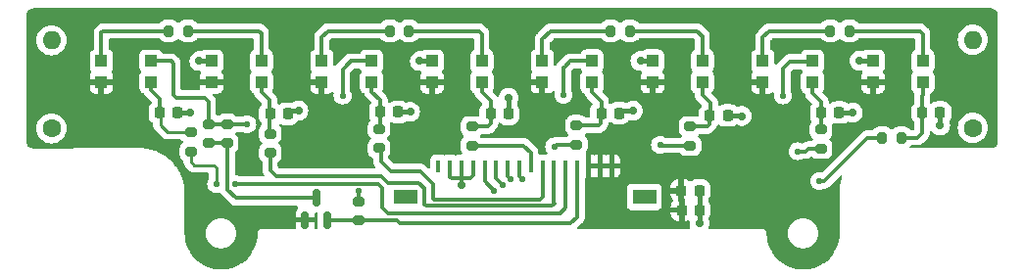
<source format=gbl>
G04 #@! TF.GenerationSoftware,KiCad,Pcbnew,7.0.1*
G04 #@! TF.CreationDate,2023-11-28T21:46:24+01:00*
G04 #@! TF.ProjectId,Qtr-8-SN,5174722d-382d-4534-9e2e-6b696361645f,rev?*
G04 #@! TF.SameCoordinates,Original*
G04 #@! TF.FileFunction,Copper,L2,Bot*
G04 #@! TF.FilePolarity,Positive*
%FSLAX46Y46*%
G04 Gerber Fmt 4.6, Leading zero omitted, Abs format (unit mm)*
G04 Created by KiCad (PCBNEW 7.0.1) date 2023-11-28 21:46:24*
%MOMM*%
%LPD*%
G01*
G04 APERTURE LIST*
G04 Aperture macros list*
%AMRoundRect*
0 Rectangle with rounded corners*
0 $1 Rounding radius*
0 $2 $3 $4 $5 $6 $7 $8 $9 X,Y pos of 4 corners*
0 Add a 4 corners polygon primitive as box body*
4,1,4,$2,$3,$4,$5,$6,$7,$8,$9,$2,$3,0*
0 Add four circle primitives for the rounded corners*
1,1,$1+$1,$2,$3*
1,1,$1+$1,$4,$5*
1,1,$1+$1,$6,$7*
1,1,$1+$1,$8,$9*
0 Add four rect primitives between the rounded corners*
20,1,$1+$1,$2,$3,$4,$5,0*
20,1,$1+$1,$4,$5,$6,$7,0*
20,1,$1+$1,$6,$7,$8,$9,0*
20,1,$1+$1,$8,$9,$2,$3,0*%
G04 Aperture macros list end*
G04 #@! TA.AperFunction,SMDPad,CuDef*
%ADD10RoundRect,0.200000X-0.275000X0.200000X-0.275000X-0.200000X0.275000X-0.200000X0.275000X0.200000X0*%
G04 #@! TD*
G04 #@! TA.AperFunction,SMDPad,CuDef*
%ADD11RoundRect,0.225000X-0.225000X-0.250000X0.225000X-0.250000X0.225000X0.250000X-0.225000X0.250000X0*%
G04 #@! TD*
G04 #@! TA.AperFunction,SMDPad,CuDef*
%ADD12R,1.000000X1.000000*%
G04 #@! TD*
G04 #@! TA.AperFunction,SMDPad,CuDef*
%ADD13RoundRect,0.200000X0.200000X0.275000X-0.200000X0.275000X-0.200000X-0.275000X0.200000X-0.275000X0*%
G04 #@! TD*
G04 #@! TA.AperFunction,SMDPad,CuDef*
%ADD14RoundRect,0.225000X0.225000X0.250000X-0.225000X0.250000X-0.225000X-0.250000X0.225000X-0.250000X0*%
G04 #@! TD*
G04 #@! TA.AperFunction,SMDPad,CuDef*
%ADD15RoundRect,0.150000X0.150000X-0.587500X0.150000X0.587500X-0.150000X0.587500X-0.150000X-0.587500X0*%
G04 #@! TD*
G04 #@! TA.AperFunction,ComponentPad*
%ADD16C,1.600000*%
G04 #@! TD*
G04 #@! TA.AperFunction,ComponentPad*
%ADD17O,1.600000X1.600000*%
G04 #@! TD*
G04 #@! TA.AperFunction,SMDPad,CuDef*
%ADD18R,0.400000X1.000000*%
G04 #@! TD*
G04 #@! TA.AperFunction,SMDPad,CuDef*
%ADD19R,2.000000X1.300000*%
G04 #@! TD*
G04 #@! TA.AperFunction,ViaPad*
%ADD20C,0.700000*%
G04 #@! TD*
G04 #@! TA.AperFunction,ViaPad*
%ADD21C,0.550000*%
G04 #@! TD*
G04 #@! TA.AperFunction,Conductor*
%ADD22C,0.450000*%
G04 #@! TD*
G04 #@! TA.AperFunction,Conductor*
%ADD23C,0.300000*%
G04 #@! TD*
G04 #@! TA.AperFunction,Conductor*
%ADD24C,0.250000*%
G04 #@! TD*
G04 APERTURE END LIST*
D10*
X119329200Y-137820400D03*
X119329200Y-139470400D03*
D11*
X81229200Y-136296400D03*
X82779200Y-136296400D03*
D12*
X95242600Y-131894600D03*
X95242600Y-133694600D03*
X99542600Y-133694600D03*
X99542600Y-131894600D03*
D11*
X109702000Y-136601200D03*
X111252000Y-136601200D03*
X62179200Y-136347200D03*
X63729200Y-136347200D03*
D13*
X121779800Y-129286000D03*
X120129800Y-129286000D03*
D10*
X68021200Y-137363200D03*
X68021200Y-139013200D03*
D12*
X123817600Y-131905600D03*
X123817600Y-133705600D03*
X128117600Y-133705600D03*
X128117600Y-131905600D03*
D14*
X108838400Y-144780000D03*
X107288400Y-144780000D03*
D10*
X108000800Y-137554200D03*
X108000800Y-139204200D03*
D11*
X128066800Y-136347200D03*
X129616800Y-136347200D03*
D15*
X75700400Y-143753600D03*
X76650400Y-145628600D03*
X74750400Y-145628600D03*
D13*
X126250200Y-138531600D03*
X124600200Y-138531600D03*
D10*
X98196400Y-137464800D03*
X98196400Y-139114800D03*
D16*
X52832000Y-137718800D03*
D17*
X52832000Y-130098800D03*
D10*
X64871600Y-138050000D03*
X64871600Y-139700000D03*
X81127600Y-137769600D03*
X81127600Y-139419600D03*
D14*
X108813600Y-143103600D03*
X107263600Y-143103600D03*
D13*
X102792800Y-129286000D03*
X101142800Y-129286000D03*
D10*
X89154000Y-137554200D03*
X89154000Y-139204200D03*
D11*
X90766600Y-136448800D03*
X92316600Y-136448800D03*
D13*
X83718400Y-129286000D03*
X82068400Y-129286000D03*
D12*
X114292600Y-131905600D03*
X114292600Y-133705600D03*
X118592600Y-133705600D03*
X118592600Y-131905600D03*
D16*
X132435600Y-137668000D03*
D17*
X132435600Y-130048000D03*
D10*
X66395600Y-137338800D03*
X66395600Y-138988800D03*
D12*
X57142600Y-131905600D03*
X57142600Y-133705600D03*
X61442600Y-133705600D03*
X61442600Y-131905600D03*
X85717600Y-131905600D03*
X85717600Y-133705600D03*
X90017600Y-133705600D03*
X90017600Y-131905600D03*
D11*
X71716600Y-136448800D03*
X73266600Y-136448800D03*
D13*
X64617600Y-129286000D03*
X62967600Y-129286000D03*
D10*
X79400400Y-144018000D03*
X79400400Y-145668000D03*
D18*
X101255600Y-140970000D03*
X100255600Y-140970000D03*
X99255600Y-140970000D03*
X98255600Y-140970000D03*
X97255600Y-140970000D03*
X96255600Y-140970000D03*
X95255600Y-140970000D03*
X94255600Y-140970000D03*
X93255600Y-140970000D03*
X92255600Y-140970000D03*
X91255600Y-140970000D03*
X90255600Y-140970000D03*
X89255600Y-140970000D03*
X88255600Y-140970000D03*
X87255600Y-140970000D03*
X86255600Y-140970000D03*
D19*
X104055600Y-143670000D03*
X83455600Y-143670000D03*
D11*
X100330000Y-136398000D03*
X101880000Y-136398000D03*
X119329200Y-136347200D03*
X120879200Y-136347200D03*
D12*
X76192600Y-131905600D03*
X76192600Y-133705600D03*
X80492600Y-133705600D03*
X80492600Y-131905600D03*
X66667600Y-131905600D03*
X66667600Y-133705600D03*
X70967600Y-133705600D03*
X70967600Y-131905600D03*
D10*
X71729600Y-138176000D03*
X71729600Y-139826000D03*
D12*
X104767600Y-131894600D03*
X104767600Y-133694600D03*
X109067600Y-133694600D03*
X109067600Y-131894600D03*
D20*
X122631200Y-131876800D03*
X112471200Y-136652000D03*
X92329600Y-135077200D03*
X65604800Y-131905600D03*
D21*
X79400400Y-143169300D03*
D20*
X103073200Y-136194800D03*
X129616800Y-137464800D03*
X103715800Y-131894600D03*
X64820800Y-136347200D03*
X88255600Y-142595600D03*
X83820000Y-136296400D03*
X84654800Y-131905600D03*
X122072400Y-136347200D03*
X108813600Y-145948400D03*
X74168000Y-136194800D03*
X73863200Y-140512800D03*
X72898000Y-144932400D03*
X77571600Y-130505200D03*
X74676000Y-130505200D03*
D21*
X77978000Y-134874000D03*
X116027200Y-134874000D03*
X97078800Y-134823200D03*
X69748400Y-137363200D03*
X117297200Y-139700000D03*
X91846400Y-142646400D03*
X91084400Y-143103600D03*
X119176800Y-142290800D03*
X68732400Y-142544800D03*
X67056000Y-142544800D03*
X93522800Y-142138400D03*
X96266000Y-139293600D03*
X92506800Y-142087600D03*
X105410000Y-139141200D03*
D22*
X84654800Y-131905600D02*
X85717600Y-131905600D01*
D23*
X89255600Y-140970000D02*
X89255600Y-141782800D01*
D22*
X108838400Y-145923600D02*
X108838400Y-144780000D01*
D23*
X87255600Y-140970000D02*
X87255600Y-141916400D01*
D22*
X108813600Y-145948400D02*
X108838400Y-145923600D01*
X92329600Y-135077200D02*
X92329600Y-136296400D01*
X111252000Y-136601200D02*
X112420400Y-136601200D01*
X122660000Y-131905600D02*
X123817600Y-131905600D01*
X65604800Y-131905600D02*
X66667600Y-131905600D01*
X122072400Y-136347200D02*
X120879200Y-136347200D01*
X103073200Y-136194800D02*
X101880000Y-136194800D01*
X74168000Y-136194800D02*
X73228800Y-136194800D01*
D23*
X79400400Y-143169300D02*
X79400400Y-144018000D01*
D22*
X108838400Y-144780000D02*
X108838400Y-143128400D01*
D23*
X88255600Y-140970000D02*
X88255600Y-142036800D01*
X87376000Y-142036800D02*
X88255600Y-142036800D01*
D22*
X103715800Y-131894600D02*
X104767600Y-131894600D01*
D23*
X87255600Y-141916400D02*
X87376000Y-142036800D01*
D22*
X83820000Y-136296400D02*
X82779200Y-136296400D01*
X108838400Y-143128400D02*
X108813600Y-143103600D01*
D23*
X88255600Y-142595600D02*
X88255600Y-142036800D01*
D22*
X129616800Y-137464800D02*
X129616800Y-136347200D01*
X122631200Y-131876800D02*
X122660000Y-131905600D01*
D23*
X89001600Y-142036800D02*
X88255600Y-142036800D01*
D22*
X112420400Y-136601200D02*
X112471200Y-136652000D01*
X64820800Y-136347200D02*
X63729200Y-136347200D01*
D23*
X89255600Y-141782800D02*
X89001600Y-142036800D01*
X127660400Y-138531600D02*
X128066800Y-138125200D01*
X128117600Y-133705600D02*
X128117600Y-134823200D01*
X128066800Y-138125200D02*
X128066800Y-136347200D01*
X128117600Y-134823200D02*
X128066800Y-134874000D01*
X128066800Y-134874000D02*
X128066800Y-136347200D01*
X126250200Y-138531600D02*
X127660400Y-138531600D01*
X119329200Y-136347200D02*
X119329200Y-138050000D01*
X119329200Y-135432800D02*
X119329200Y-136347200D01*
X118592600Y-134696200D02*
X119329200Y-135432800D01*
X118592600Y-133705600D02*
X118592600Y-134696200D01*
X100126800Y-137464800D02*
X100279200Y-137312400D01*
X99542600Y-133694600D02*
X99542600Y-134594600D01*
X99542600Y-134594600D02*
X100330000Y-135382000D01*
X100330000Y-135382000D02*
X100330000Y-136398000D01*
X98196400Y-137464800D02*
X100126800Y-137464800D01*
X100279200Y-137312400D02*
X100279200Y-136448800D01*
X109067600Y-133694600D02*
X109067600Y-134823200D01*
X109486200Y-137554200D02*
X109677200Y-137363200D01*
X108000800Y-137554200D02*
X109486200Y-137554200D01*
X109067600Y-134823200D02*
X109778800Y-135534400D01*
X109677200Y-137363200D02*
X109677200Y-136626000D01*
X109778800Y-135534400D02*
X109778800Y-136524400D01*
X81229200Y-136296400D02*
X81229200Y-137668000D01*
X80492600Y-134543800D02*
X81229200Y-135280400D01*
X81229200Y-135280400D02*
X81229200Y-136296400D01*
X80492600Y-133705600D02*
X80492600Y-134543800D01*
X89154000Y-137554200D02*
X90537800Y-137554200D01*
X90017600Y-133705600D02*
X90017600Y-134569200D01*
X90766600Y-137325400D02*
X90766600Y-136448800D01*
X90779600Y-135331200D02*
X90779600Y-136296400D01*
X90537800Y-137554200D02*
X90766600Y-137325400D01*
X90017600Y-134569200D02*
X90779600Y-135331200D01*
D24*
X62866000Y-138050000D02*
X62230000Y-137414000D01*
D23*
X62179200Y-135178800D02*
X62179200Y-136347200D01*
X61442600Y-134442200D02*
X62179200Y-135178800D01*
D24*
X64871600Y-138050000D02*
X62866000Y-138050000D01*
X62230000Y-137414000D02*
X62230000Y-136398000D01*
D23*
X61442600Y-133705600D02*
X61442600Y-134442200D01*
X71678800Y-135280400D02*
X71678800Y-136194800D01*
X70967600Y-133705600D02*
X70967600Y-134569200D01*
X70967600Y-134569200D02*
X71678800Y-135280400D01*
X71678800Y-136194800D02*
X71678800Y-138125200D01*
X71678800Y-138125200D02*
X71729600Y-138176000D01*
X128117600Y-131905600D02*
X128117600Y-129540000D01*
X127863600Y-129286000D02*
X121779800Y-129286000D01*
X128117600Y-129540000D02*
X127863600Y-129286000D01*
X114858800Y-129286000D02*
X120129800Y-129286000D01*
X114292600Y-129852200D02*
X114858800Y-129286000D01*
X114292600Y-131905600D02*
X114292600Y-129852200D01*
X116027200Y-132537200D02*
X116027200Y-134874000D01*
X63173200Y-131905600D02*
X63347600Y-132080000D01*
X97129600Y-132435600D02*
X97078800Y-132486400D01*
X63347600Y-134823200D02*
X63601600Y-135077200D01*
X78232000Y-132334000D02*
X77978000Y-132588000D01*
X118491000Y-131945400D02*
X116619000Y-131945400D01*
X77978000Y-132588000D02*
X77978000Y-134874000D01*
X63347600Y-132080000D02*
X63347600Y-134823200D01*
X80492600Y-131905600D02*
X78660400Y-131905600D01*
X78660400Y-131905600D02*
X78232000Y-132334000D01*
X99542600Y-131894600D02*
X97670600Y-131894600D01*
X116078000Y-132486400D02*
X116027200Y-132537200D01*
X66395600Y-137338800D02*
X67996800Y-137338800D01*
X61442600Y-131905600D02*
X63173200Y-131905600D01*
X68021200Y-137363200D02*
X69748400Y-137363200D01*
X66395600Y-135432800D02*
X66395600Y-137338800D01*
X63601600Y-135077200D02*
X66040000Y-135077200D01*
X116619000Y-131945400D02*
X116078000Y-132486400D01*
X97670600Y-131894600D02*
X97129600Y-132435600D01*
X97078800Y-132486400D02*
X97078800Y-134823200D01*
X66040000Y-135077200D02*
X66395600Y-135432800D01*
X109067600Y-131894600D02*
X109067600Y-129743200D01*
X109067600Y-129743200D02*
X108610400Y-129286000D01*
X108610400Y-129286000D02*
X102792800Y-129286000D01*
X95242600Y-131894600D02*
X95242600Y-130004600D01*
X95242600Y-130004600D02*
X95961200Y-129286000D01*
X95961200Y-129286000D02*
X101142800Y-129286000D01*
X90017600Y-129540000D02*
X89763600Y-129286000D01*
X90017600Y-131905600D02*
X90017600Y-129540000D01*
X83718400Y-129286000D02*
X89763600Y-129286000D01*
X76192600Y-131905600D02*
X76192600Y-129801400D01*
X82068400Y-129286000D02*
X76708000Y-129286000D01*
X76192600Y-129801400D02*
X76708000Y-129286000D01*
X70967600Y-131905600D02*
X70967600Y-129489200D01*
X70967600Y-129489200D02*
X70764400Y-129286000D01*
X70764400Y-129286000D02*
X64617600Y-129286000D01*
X57302400Y-129286000D02*
X57142600Y-129445800D01*
X57142600Y-129445800D02*
X57142600Y-131905600D01*
X62967600Y-129286000D02*
X57302400Y-129286000D01*
X75700400Y-143753600D02*
X68772800Y-143753600D01*
X68021200Y-139013200D02*
X66420000Y-139013200D01*
X68772800Y-143753600D02*
X68021200Y-143002000D01*
X68021200Y-143002000D02*
X68021200Y-139013200D01*
X98255600Y-145381200D02*
X97688400Y-145948400D01*
X98255600Y-140970000D02*
X98255600Y-145381200D01*
X79426800Y-145694400D02*
X79400400Y-145668000D01*
X97688400Y-145948400D02*
X82956400Y-145948400D01*
X76650400Y-145628600D02*
X79361000Y-145628600D01*
X82702400Y-145694400D02*
X79426800Y-145694400D01*
X82956400Y-145948400D02*
X82702400Y-145694400D01*
X91255600Y-142055600D02*
X91846400Y-142646400D01*
X91255600Y-140970000D02*
X91255600Y-142055600D01*
X118211600Y-139496800D02*
X119302800Y-139496800D01*
X117297200Y-139700000D02*
X118008400Y-139700000D01*
X118008400Y-139700000D02*
X118211600Y-139496800D01*
X119176800Y-142290800D02*
X119583200Y-142290800D01*
X90255600Y-140970000D02*
X90255600Y-142274800D01*
X119583200Y-142290800D02*
X123342400Y-138531600D01*
X90255600Y-142274800D02*
X91084400Y-143103600D01*
X123342400Y-138531600D02*
X124600200Y-138531600D01*
D24*
X64871600Y-139700000D02*
X64871600Y-140614400D01*
D23*
X68732400Y-142544800D02*
X81026000Y-142544800D01*
D24*
X65176400Y-140919200D02*
X66852800Y-140919200D01*
D23*
X81381600Y-144526000D02*
X81940400Y-145084800D01*
X81940400Y-145084800D02*
X96774000Y-145084800D01*
X81026000Y-142544800D02*
X81381600Y-142900400D01*
X96774000Y-145084800D02*
X97255600Y-144603200D01*
D24*
X67056000Y-141122400D02*
X67056000Y-142544800D01*
D23*
X97255600Y-144603200D02*
X97255600Y-140970000D01*
X81381600Y-142900400D02*
X81381600Y-144526000D01*
D24*
X66852800Y-140919200D02*
X67056000Y-141122400D01*
X64871600Y-140614400D02*
X65176400Y-140919200D01*
D23*
X81889600Y-142443200D02*
X84578800Y-142443200D01*
X81280000Y-141833600D02*
X81889600Y-142443200D01*
X72237600Y-141833600D02*
X81280000Y-141833600D01*
X85039200Y-142903600D02*
X85039200Y-144272000D01*
X96062800Y-144424400D02*
X96266000Y-144221200D01*
X71729600Y-141325600D02*
X72237600Y-141833600D01*
X71729600Y-139826000D02*
X71729600Y-141325600D01*
X96255600Y-144210800D02*
X96255600Y-140970000D01*
X85191600Y-144424400D02*
X96062800Y-144424400D01*
X85039200Y-144272000D02*
X85191600Y-144424400D01*
X84578800Y-142443200D02*
X85039200Y-142903600D01*
X96266000Y-144221200D02*
X96255600Y-144210800D01*
X94996000Y-143865600D02*
X85902800Y-143865600D01*
X85801200Y-143764000D02*
X85801200Y-142544800D01*
X85801200Y-142544800D02*
X84683600Y-141427200D01*
X95255600Y-140970000D02*
X95255600Y-143606000D01*
X81280000Y-140563600D02*
X81280000Y-139368800D01*
X84683600Y-141427200D02*
X82143600Y-141427200D01*
X95255600Y-143606000D02*
X94996000Y-143865600D01*
X82143600Y-141427200D02*
X81280000Y-140563600D01*
X85902800Y-143865600D02*
X85801200Y-143764000D01*
X94255600Y-139823200D02*
X94255600Y-140970000D01*
X89154000Y-139204200D02*
X93636600Y-139204200D01*
X93636600Y-139204200D02*
X94255600Y-139823200D01*
X93255600Y-141871200D02*
X93522800Y-142138400D01*
X96444800Y-139114800D02*
X96266000Y-139293600D01*
X93255600Y-140970000D02*
X93255600Y-141871200D01*
X98196400Y-139114800D02*
X96444800Y-139114800D01*
X107988600Y-139192000D02*
X108000800Y-139204200D01*
X92255600Y-140970000D02*
X92255600Y-141836400D01*
X92255600Y-141836400D02*
X92506800Y-142087600D01*
X105410000Y-139141200D02*
X105460800Y-139192000D01*
X105460800Y-139192000D02*
X107988600Y-139192000D01*
G04 #@! TA.AperFunction,Conductor*
G36*
X133974519Y-127322479D02*
G01*
X134098246Y-127336420D01*
X134125310Y-127342597D01*
X134236224Y-127381408D01*
X134261232Y-127393451D01*
X134355668Y-127452788D01*
X134360726Y-127455966D01*
X134382436Y-127473279D01*
X134465520Y-127556363D01*
X134482833Y-127578073D01*
X134545346Y-127677563D01*
X134557393Y-127702579D01*
X134596201Y-127813485D01*
X134602380Y-127840556D01*
X134616320Y-127964276D01*
X134617100Y-127978160D01*
X134617100Y-138788640D01*
X134616320Y-138802524D01*
X134602380Y-138926243D01*
X134596201Y-138953314D01*
X134557393Y-139064220D01*
X134545346Y-139089236D01*
X134482833Y-139188726D01*
X134465520Y-139210436D01*
X134382436Y-139293520D01*
X134360726Y-139310833D01*
X134261236Y-139373346D01*
X134236220Y-139385393D01*
X134125314Y-139424201D01*
X134098243Y-139430380D01*
X134023373Y-139438816D01*
X133974521Y-139444320D01*
X133960640Y-139445100D01*
X127172088Y-139445100D01*
X127101720Y-139445100D01*
X127045425Y-139431585D01*
X127001402Y-139393985D01*
X126979247Y-139340498D01*
X126983789Y-139282782D01*
X127000167Y-139256055D01*
X126997881Y-139254673D01*
X127005570Y-139241953D01*
X127013560Y-139234200D01*
X127014039Y-139233419D01*
X127016319Y-139231139D01*
X127016514Y-139231334D01*
X127050772Y-139198095D01*
X127111689Y-139182100D01*
X127574895Y-139182100D01*
X127596104Y-139184441D01*
X127598694Y-139184359D01*
X127598696Y-139184360D01*
X127668662Y-139182160D01*
X127672557Y-139182100D01*
X127701320Y-139182100D01*
X127701325Y-139182100D01*
X127705702Y-139181546D01*
X127717341Y-139180630D01*
X127762969Y-139179197D01*
X127783349Y-139173275D01*
X127802389Y-139169332D01*
X127823458Y-139166671D01*
X127865920Y-139149858D01*
X127876957Y-139146080D01*
X127920798Y-139133344D01*
X127939070Y-139122536D01*
X127956536Y-139113980D01*
X127976271Y-139106168D01*
X128013216Y-139079325D01*
X128022948Y-139072932D01*
X128062265Y-139049681D01*
X128077274Y-139034671D01*
X128092063Y-139022039D01*
X128109237Y-139009563D01*
X128138346Y-138974374D01*
X128146190Y-138965754D01*
X128466313Y-138645631D01*
X128482962Y-138632294D01*
X128484736Y-138630404D01*
X128484740Y-138630402D01*
X128532698Y-138579330D01*
X128535346Y-138576598D01*
X128555711Y-138556235D01*
X128558411Y-138552752D01*
X128565987Y-138543881D01*
X128597248Y-138510593D01*
X128607475Y-138491987D01*
X128618148Y-138475739D01*
X128631162Y-138458964D01*
X128649295Y-138417057D01*
X128654425Y-138406587D01*
X128676427Y-138366568D01*
X128681703Y-138346013D01*
X128688006Y-138327602D01*
X128696435Y-138308127D01*
X128703577Y-138263025D01*
X128705940Y-138251618D01*
X128717300Y-138207377D01*
X128717300Y-138186149D01*
X128718827Y-138166750D01*
X128720538Y-138155945D01*
X128722146Y-138145795D01*
X128717850Y-138100348D01*
X128717300Y-138088679D01*
X128717300Y-138059888D01*
X128731411Y-138002439D01*
X128770531Y-137958066D01*
X128825758Y-137936866D01*
X128884522Y-137943665D01*
X128933449Y-137976915D01*
X129023582Y-138077017D01*
X129044159Y-138099870D01*
X129044571Y-138100327D01*
X129189203Y-138205410D01*
X129189206Y-138205411D01*
X129189207Y-138205412D01*
X129251908Y-138233328D01*
X129352535Y-138278130D01*
X129527407Y-138315300D01*
X129527409Y-138315300D01*
X129706191Y-138315300D01*
X129706193Y-138315300D01*
X129881064Y-138278130D01*
X129881065Y-138278129D01*
X129881067Y-138278129D01*
X130044393Y-138205412D01*
X130048926Y-138202119D01*
X130101666Y-138163800D01*
X130189030Y-138100326D01*
X130308659Y-137967465D01*
X130398050Y-137812635D01*
X130445045Y-137667999D01*
X131130131Y-137667999D01*
X131149964Y-137894689D01*
X131208861Y-138114497D01*
X131305032Y-138320735D01*
X131435553Y-138507140D01*
X131596459Y-138668046D01*
X131782864Y-138798567D01*
X131782865Y-138798567D01*
X131782866Y-138798568D01*
X131989104Y-138894739D01*
X132208908Y-138953635D01*
X132435600Y-138973468D01*
X132662292Y-138953635D01*
X132882096Y-138894739D01*
X133088334Y-138798568D01*
X133274739Y-138668047D01*
X133435647Y-138507139D01*
X133566168Y-138320734D01*
X133662339Y-138114496D01*
X133721235Y-137894692D01*
X133741068Y-137668000D01*
X133739018Y-137644574D01*
X133728448Y-137523755D01*
X133721235Y-137441308D01*
X133662339Y-137221504D01*
X133566168Y-137015266D01*
X133565371Y-137014128D01*
X133435646Y-136828859D01*
X133274740Y-136667953D01*
X133088335Y-136537432D01*
X132882097Y-136441261D01*
X132662289Y-136382364D01*
X132435600Y-136362531D01*
X132208910Y-136382364D01*
X131989102Y-136441261D01*
X131782864Y-136537432D01*
X131596459Y-136667953D01*
X131435553Y-136828859D01*
X131305032Y-137015264D01*
X131208861Y-137221502D01*
X131149964Y-137441310D01*
X131130131Y-137667999D01*
X130445045Y-137667999D01*
X130453297Y-137642603D01*
X130471985Y-137464800D01*
X130453297Y-137286997D01*
X130407350Y-137145589D01*
X130402163Y-137092520D01*
X130419744Y-137042176D01*
X130503803Y-136905897D01*
X130557149Y-136744908D01*
X130567300Y-136645545D01*
X130567299Y-136048856D01*
X130557149Y-135949492D01*
X130503803Y-135788503D01*
X130503802Y-135788501D01*
X130503802Y-135788500D01*
X130414768Y-135644155D01*
X130294844Y-135524231D01*
X130150499Y-135435197D01*
X129989507Y-135381850D01*
X129890957Y-135371783D01*
X129890144Y-135371700D01*
X129343455Y-135371700D01*
X129244092Y-135381850D01*
X129083100Y-135435197D01*
X128938754Y-135524231D01*
X128929478Y-135533508D01*
X128873891Y-135565600D01*
X128809704Y-135565600D01*
X128754118Y-135533506D01*
X128753619Y-135533007D01*
X128726739Y-135492779D01*
X128717300Y-135445326D01*
X128717300Y-135114463D01*
X128726036Y-135080439D01*
X128723331Y-135079745D01*
X128729684Y-135054999D01*
X128732506Y-135044005D01*
X128738804Y-135025606D01*
X128747235Y-135006126D01*
X128754377Y-134961024D01*
X128756745Y-134949597D01*
X128757414Y-134946994D01*
X128765802Y-134914328D01*
X128768100Y-134905378D01*
X128768100Y-134884155D01*
X128769627Y-134864756D01*
X128770433Y-134859669D01*
X128772947Y-134843795D01*
X128768691Y-134798769D01*
X128768650Y-134798339D01*
X128768100Y-134786670D01*
X128768100Y-134769742D01*
X128778112Y-134720930D01*
X128806529Y-134680000D01*
X128848765Y-134653561D01*
X128851251Y-134652633D01*
X128859931Y-134649396D01*
X128975146Y-134563146D01*
X129061396Y-134447931D01*
X129111691Y-134313083D01*
X129118100Y-134253473D01*
X129118099Y-133157728D01*
X129111691Y-133098117D01*
X129061396Y-132963269D01*
X129053340Y-132952508D01*
X129002863Y-132885079D01*
X128998993Y-132879910D01*
X128977094Y-132831958D01*
X128977094Y-132779242D01*
X128998994Y-132731289D01*
X129007229Y-132720289D01*
X129061396Y-132647931D01*
X129111691Y-132513083D01*
X129118100Y-132453473D01*
X129118099Y-131357728D01*
X129111691Y-131298117D01*
X129061396Y-131163269D01*
X128975146Y-131048054D01*
X128859931Y-130961804D01*
X128856907Y-130960676D01*
X128848765Y-130957639D01*
X128806529Y-130931200D01*
X128778112Y-130890270D01*
X128768100Y-130841458D01*
X128768100Y-130047999D01*
X131130131Y-130047999D01*
X131149964Y-130274689D01*
X131208861Y-130494497D01*
X131305032Y-130700735D01*
X131435553Y-130887140D01*
X131596459Y-131048046D01*
X131782864Y-131178567D01*
X131782865Y-131178567D01*
X131782866Y-131178568D01*
X131989104Y-131274739D01*
X132208908Y-131333635D01*
X132435600Y-131353468D01*
X132662292Y-131333635D01*
X132882096Y-131274739D01*
X133088334Y-131178568D01*
X133274739Y-131048047D01*
X133435647Y-130887139D01*
X133566168Y-130700734D01*
X133662339Y-130494496D01*
X133721235Y-130274692D01*
X133741068Y-130048000D01*
X133721235Y-129821308D01*
X133662339Y-129601504D01*
X133566168Y-129395266D01*
X133565704Y-129394604D01*
X133435646Y-129208859D01*
X133274740Y-129047953D01*
X133088335Y-128917432D01*
X132882097Y-128821261D01*
X132662289Y-128762364D01*
X132435600Y-128742531D01*
X132208910Y-128762364D01*
X131989102Y-128821261D01*
X131782864Y-128917432D01*
X131596459Y-129047953D01*
X131435553Y-129208859D01*
X131305032Y-129395264D01*
X131208861Y-129601502D01*
X131149964Y-129821310D01*
X131130131Y-130047999D01*
X128768100Y-130047999D01*
X128768100Y-129625504D01*
X128770441Y-129604294D01*
X128770353Y-129601504D01*
X128768160Y-129531736D01*
X128768100Y-129527842D01*
X128768100Y-129499081D01*
X128768100Y-129499075D01*
X128767546Y-129494695D01*
X128766630Y-129483054D01*
X128766622Y-129482801D01*
X128765197Y-129437430D01*
X128759275Y-129417047D01*
X128755332Y-129398010D01*
X128752671Y-129376942D01*
X128735866Y-129334498D01*
X128732081Y-129323444D01*
X128727583Y-129307961D01*
X128719344Y-129279601D01*
X128708534Y-129261322D01*
X128699980Y-129243862D01*
X128692168Y-129224129D01*
X128665323Y-129187180D01*
X128658932Y-129177451D01*
X128635681Y-129138135D01*
X128620668Y-129123122D01*
X128608035Y-129108330D01*
X128595563Y-129091163D01*
X128560379Y-129062056D01*
X128551740Y-129054194D01*
X128384034Y-128886488D01*
X128370691Y-128869833D01*
X128317766Y-128820134D01*
X128314969Y-128817423D01*
X128294634Y-128797088D01*
X128291147Y-128794383D01*
X128282271Y-128786801D01*
X128248994Y-128755552D01*
X128230393Y-128745326D01*
X128214132Y-128734645D01*
X128197364Y-128721638D01*
X128173777Y-128711431D01*
X128155469Y-128703508D01*
X128144979Y-128698369D01*
X128104967Y-128676372D01*
X128084400Y-128671091D01*
X128065998Y-128664791D01*
X128046524Y-128656364D01*
X128001437Y-128649223D01*
X127989998Y-128646854D01*
X127945778Y-128635500D01*
X127945777Y-128635500D01*
X127924555Y-128635500D01*
X127905156Y-128633973D01*
X127884196Y-128630653D01*
X127884195Y-128630653D01*
X127862158Y-128632736D01*
X127838739Y-128634950D01*
X127827070Y-128635500D01*
X122641289Y-128635500D01*
X122580372Y-128619505D01*
X122546114Y-128586265D01*
X122545919Y-128586461D01*
X122414986Y-128455528D01*
X122326980Y-128402326D01*
X122269406Y-128367522D01*
X122106996Y-128316914D01*
X122106993Y-128316913D01*
X122036417Y-128310500D01*
X122036416Y-128310500D01*
X121523184Y-128310500D01*
X121523183Y-128310500D01*
X121452606Y-128316913D01*
X121371399Y-128342217D01*
X121290194Y-128367522D01*
X121290192Y-128367522D01*
X121290192Y-128367523D01*
X121144613Y-128455528D01*
X121042481Y-128557661D01*
X120986894Y-128589755D01*
X120922706Y-128589755D01*
X120867119Y-128557661D01*
X120764986Y-128455528D01*
X120676980Y-128402326D01*
X120619406Y-128367522D01*
X120456996Y-128316914D01*
X120456993Y-128316913D01*
X120386417Y-128310500D01*
X120386416Y-128310500D01*
X119873184Y-128310500D01*
X119873183Y-128310500D01*
X119802606Y-128316913D01*
X119721399Y-128342217D01*
X119640194Y-128367522D01*
X119640192Y-128367522D01*
X119640192Y-128367523D01*
X119494613Y-128455528D01*
X119363681Y-128586461D01*
X119363485Y-128586265D01*
X119329228Y-128619505D01*
X119268311Y-128635500D01*
X114944305Y-128635500D01*
X114923094Y-128633158D01*
X114850524Y-128635439D01*
X114846629Y-128635500D01*
X114817874Y-128635500D01*
X114813501Y-128636052D01*
X114801869Y-128636967D01*
X114756228Y-128638401D01*
X114735841Y-128644324D01*
X114716798Y-128648268D01*
X114695742Y-128650928D01*
X114653296Y-128667733D01*
X114642250Y-128671514D01*
X114598402Y-128684254D01*
X114580124Y-128695063D01*
X114562661Y-128703618D01*
X114542930Y-128711431D01*
X114505987Y-128738270D01*
X114496228Y-128744680D01*
X114456935Y-128767918D01*
X114441925Y-128782928D01*
X114427136Y-128795558D01*
X114409964Y-128808034D01*
X114380857Y-128843218D01*
X114372996Y-128851856D01*
X113893084Y-129331768D01*
X113876431Y-129345110D01*
X113826733Y-129398033D01*
X113824027Y-129400826D01*
X113803683Y-129421171D01*
X113800976Y-129424660D01*
X113793407Y-129433521D01*
X113762151Y-129466807D01*
X113751922Y-129485412D01*
X113741245Y-129501667D01*
X113728236Y-129518438D01*
X113710106Y-129560332D01*
X113704970Y-129570816D01*
X113682972Y-129610832D01*
X113677691Y-129631399D01*
X113671391Y-129649800D01*
X113662964Y-129669274D01*
X113655823Y-129714361D01*
X113653455Y-129725793D01*
X113644714Y-129759844D01*
X113642100Y-129770024D01*
X113642100Y-129791245D01*
X113640573Y-129810644D01*
X113637253Y-129831603D01*
X113641550Y-129877061D01*
X113642100Y-129888730D01*
X113642100Y-130841458D01*
X113632088Y-130890270D01*
X113603671Y-130931200D01*
X113561435Y-130957639D01*
X113550271Y-130961803D01*
X113550270Y-130961803D01*
X113550269Y-130961804D01*
X113464277Y-131026178D01*
X113435054Y-131048054D01*
X113348804Y-131163268D01*
X113298509Y-131298116D01*
X113297482Y-131307668D01*
X113292475Y-131354245D01*
X113292100Y-131357730D01*
X113292100Y-132453469D01*
X113298509Y-132513084D01*
X113344701Y-132636930D01*
X113348804Y-132647931D01*
X113411519Y-132731707D01*
X113433417Y-132779657D01*
X113433417Y-132832374D01*
X113411518Y-132880326D01*
X113349248Y-132963508D01*
X113299002Y-133098224D01*
X113292600Y-133157776D01*
X113292600Y-133455600D01*
X114418600Y-133455600D01*
X114480600Y-133472213D01*
X114525987Y-133517600D01*
X114542600Y-133579600D01*
X114542600Y-134705600D01*
X114840424Y-134705600D01*
X114899975Y-134699197D01*
X115034689Y-134648952D01*
X115064371Y-134626732D01*
X115116789Y-134603946D01*
X115173859Y-134607092D01*
X115223455Y-134635501D01*
X115255040Y-134683138D01*
X115261903Y-134739881D01*
X115246792Y-134873999D01*
X115266358Y-135047657D01*
X115324077Y-135212606D01*
X115417052Y-135360576D01*
X115540623Y-135484147D01*
X115688593Y-135577122D01*
X115853542Y-135634841D01*
X116027200Y-135654407D01*
X116200857Y-135634841D01*
X116365806Y-135577122D01*
X116513776Y-135484147D01*
X116637347Y-135360576D01*
X116730322Y-135212606D01*
X116788041Y-135047657D01*
X116807607Y-134874000D01*
X116799894Y-134805544D01*
X116788041Y-134700342D01*
X116730322Y-134535393D01*
X116696706Y-134481893D01*
X116677700Y-134415922D01*
X116677700Y-132858008D01*
X116687139Y-132810555D01*
X116714019Y-132770327D01*
X116852127Y-132632219D01*
X116892355Y-132605339D01*
X116939808Y-132595900D01*
X117547784Y-132595900D01*
X117603289Y-132609016D01*
X117647051Y-132645590D01*
X117711205Y-132731290D01*
X117733104Y-132779242D01*
X117733104Y-132831958D01*
X117711205Y-132879910D01*
X117648805Y-132963266D01*
X117598510Y-133098115D01*
X117598509Y-133098117D01*
X117593278Y-133146776D01*
X117592100Y-133157730D01*
X117592100Y-134253469D01*
X117598509Y-134313084D01*
X117607275Y-134336587D01*
X117648804Y-134447931D01*
X117729488Y-134555711D01*
X117735054Y-134563146D01*
X117850269Y-134649396D01*
X117863384Y-134654288D01*
X117904675Y-134679835D01*
X117932991Y-134719279D01*
X117943990Y-134766572D01*
X117945002Y-134798769D01*
X117950923Y-134819150D01*
X117954867Y-134838195D01*
X117957528Y-134859259D01*
X117974337Y-134901715D01*
X117978120Y-134912763D01*
X117990856Y-134956600D01*
X118001661Y-134974870D01*
X118010221Y-134992343D01*
X118013700Y-135001131D01*
X118018032Y-135012071D01*
X118022610Y-135018372D01*
X118044867Y-135049008D01*
X118051273Y-135058760D01*
X118074519Y-135098065D01*
X118074521Y-135098067D01*
X118089525Y-135113071D01*
X118102162Y-135127867D01*
X118114637Y-135145037D01*
X118149812Y-135174136D01*
X118158454Y-135182000D01*
X118495999Y-135519545D01*
X118525246Y-135565947D01*
X118531613Y-135620426D01*
X118513857Y-135672322D01*
X118442197Y-135788501D01*
X118388850Y-135949492D01*
X118378700Y-136048855D01*
X118378700Y-136645544D01*
X118388850Y-136744907D01*
X118442196Y-136905896D01*
X118518850Y-137030171D01*
X118536606Y-137082066D01*
X118530240Y-137136544D01*
X118500996Y-137182946D01*
X118498728Y-137185213D01*
X118415615Y-137322700D01*
X118410722Y-137330794D01*
X118390847Y-137394577D01*
X118360113Y-137493206D01*
X118353700Y-137563783D01*
X118353700Y-138077017D01*
X118360113Y-138147593D01*
X118360114Y-138147596D01*
X118410722Y-138310006D01*
X118417908Y-138321893D01*
X118498728Y-138455586D01*
X118600861Y-138557719D01*
X118632955Y-138613306D01*
X118632955Y-138677493D01*
X118600862Y-138733081D01*
X118523959Y-138809983D01*
X118483734Y-138836861D01*
X118436281Y-138846300D01*
X118297104Y-138846300D01*
X118275894Y-138843958D01*
X118203337Y-138846239D01*
X118199442Y-138846300D01*
X118170671Y-138846300D01*
X118166290Y-138846853D01*
X118154659Y-138847768D01*
X118109030Y-138849202D01*
X118088651Y-138855123D01*
X118069607Y-138859067D01*
X118055239Y-138860882D01*
X118048541Y-138861729D01*
X118006090Y-138878536D01*
X117995043Y-138882318D01*
X117951198Y-138895056D01*
X117932930Y-138905860D01*
X117915464Y-138914417D01*
X117895729Y-138922231D01*
X117858802Y-138949060D01*
X117849042Y-138955471D01*
X117809735Y-138978717D01*
X117801386Y-138987067D01*
X117754660Y-139016424D01*
X117699823Y-139022601D01*
X117647737Y-139004375D01*
X117641772Y-139000627D01*
X117635806Y-138996878D01*
X117635803Y-138996876D01*
X117470857Y-138939158D01*
X117297200Y-138919592D01*
X117123542Y-138939158D01*
X116958593Y-138996877D01*
X116810623Y-139089852D01*
X116687052Y-139213423D01*
X116594077Y-139361393D01*
X116536358Y-139526342D01*
X116516792Y-139700000D01*
X116536358Y-139873657D01*
X116594077Y-140038606D01*
X116687052Y-140186576D01*
X116810623Y-140310147D01*
X116958593Y-140403122D01*
X117123542Y-140460841D01*
X117297200Y-140480407D01*
X117470857Y-140460841D01*
X117635806Y-140403122D01*
X117641496Y-140399547D01*
X117689307Y-140369506D01*
X117755278Y-140350500D01*
X117922895Y-140350500D01*
X117944104Y-140352841D01*
X117946694Y-140352759D01*
X117946696Y-140352760D01*
X118016662Y-140350560D01*
X118020557Y-140350500D01*
X118049320Y-140350500D01*
X118049325Y-140350500D01*
X118053702Y-140349946D01*
X118065341Y-140349030D01*
X118110969Y-140347597D01*
X118131349Y-140341675D01*
X118150389Y-140337732D01*
X118171458Y-140335071D01*
X118213920Y-140318258D01*
X118224957Y-140314480D01*
X118268798Y-140301744D01*
X118287070Y-140290936D01*
X118304536Y-140282380D01*
X118324271Y-140274568D01*
X118361216Y-140247725D01*
X118370948Y-140241332D01*
X118410265Y-140218081D01*
X118423061Y-140205283D01*
X118478644Y-140173190D01*
X118542834Y-140173188D01*
X118598424Y-140205282D01*
X118619013Y-140225871D01*
X118622386Y-140227910D01*
X118764594Y-140313878D01*
X118927004Y-140364486D01*
X118974057Y-140368761D01*
X118997583Y-140370900D01*
X118997584Y-140370900D01*
X119660816Y-140370900D01*
X119660817Y-140370900D01*
X119678461Y-140369296D01*
X119731396Y-140364486D01*
X119893806Y-140313878D01*
X120039385Y-140225872D01*
X120159672Y-140105585D01*
X120247678Y-139960006D01*
X120298286Y-139797596D01*
X120304700Y-139727016D01*
X120304700Y-139213784D01*
X120298286Y-139143204D01*
X120247678Y-138980794D01*
X120168128Y-138849203D01*
X120159671Y-138835213D01*
X120057539Y-138733081D01*
X120025445Y-138677494D01*
X120025445Y-138613306D01*
X120057539Y-138557719D01*
X120159671Y-138455586D01*
X120159672Y-138455585D01*
X120247678Y-138310006D01*
X120298286Y-138147596D01*
X120303219Y-138093317D01*
X120304700Y-138077017D01*
X120304700Y-137563783D01*
X120303095Y-137546125D01*
X120298286Y-137493204D01*
X120283378Y-137445364D01*
X120281501Y-137378263D01*
X120314871Y-137320013D01*
X120373708Y-137287692D01*
X120440766Y-137290769D01*
X120506492Y-137312549D01*
X120605855Y-137322700D01*
X121152544Y-137322699D01*
X121251908Y-137312549D01*
X121412897Y-137259203D01*
X121557244Y-137170168D01*
X121580945Y-137146466D01*
X121622171Y-137119180D01*
X121670787Y-137110169D01*
X121719059Y-137120871D01*
X121808133Y-137160529D01*
X121983007Y-137197700D01*
X121983009Y-137197700D01*
X122161791Y-137197700D01*
X122161793Y-137197700D01*
X122336664Y-137160530D01*
X122336665Y-137160529D01*
X122336667Y-137160529D01*
X122499993Y-137087812D01*
X122529924Y-137066066D01*
X122551700Y-137050244D01*
X122644630Y-136982726D01*
X122764259Y-136849865D01*
X122853650Y-136695035D01*
X122908897Y-136525003D01*
X122927585Y-136347200D01*
X122908897Y-136169397D01*
X122869730Y-136048855D01*
X122853650Y-135999364D01*
X122764259Y-135844534D01*
X122644628Y-135711672D01*
X122499996Y-135606589D01*
X122336664Y-135533869D01*
X122161793Y-135496700D01*
X122161791Y-135496700D01*
X121983009Y-135496700D01*
X121983007Y-135496700D01*
X121808135Y-135533869D01*
X121719059Y-135573529D01*
X121670788Y-135584230D01*
X121622173Y-135575220D01*
X121580943Y-135547930D01*
X121557244Y-135524231D01*
X121412899Y-135435197D01*
X121251907Y-135381850D01*
X121153357Y-135371783D01*
X121152544Y-135371700D01*
X120605855Y-135371700D01*
X120506492Y-135381850D01*
X120345500Y-135435197D01*
X120201157Y-135524230D01*
X120192161Y-135533226D01*
X120143537Y-135563231D01*
X120086621Y-135568249D01*
X120033497Y-135547214D01*
X119995445Y-135504592D01*
X119980543Y-135449434D01*
X119979777Y-135425035D01*
X119979761Y-135424519D01*
X119979700Y-135420629D01*
X119979700Y-135391882D01*
X119979700Y-135391881D01*
X119979700Y-135391875D01*
X119979147Y-135387500D01*
X119978231Y-135375863D01*
X119978103Y-135371783D01*
X119976798Y-135330231D01*
X119970875Y-135309845D01*
X119966931Y-135290804D01*
X119964271Y-135269742D01*
X119947466Y-135227298D01*
X119943684Y-135216252D01*
X119938636Y-135198876D01*
X119930945Y-135172402D01*
X119926835Y-135165452D01*
X119920137Y-135154126D01*
X119911576Y-135136650D01*
X119903768Y-135116929D01*
X119876931Y-135079991D01*
X119870517Y-135070225D01*
X119847281Y-135030935D01*
X119832274Y-135015928D01*
X119819636Y-135001131D01*
X119813251Y-134992343D01*
X119807163Y-134983963D01*
X119775864Y-134958070D01*
X119771979Y-134954856D01*
X119763340Y-134946994D01*
X119495874Y-134679528D01*
X119465443Y-134629603D01*
X119461272Y-134571283D01*
X119484287Y-134517539D01*
X119536396Y-134447931D01*
X119586691Y-134313083D01*
X119593100Y-134253473D01*
X119593100Y-133955600D01*
X122817600Y-133955600D01*
X122817600Y-134253424D01*
X122824002Y-134312975D01*
X122874247Y-134447689D01*
X122960411Y-134562788D01*
X123075510Y-134648952D01*
X123210224Y-134699197D01*
X123269776Y-134705600D01*
X123567600Y-134705600D01*
X123567600Y-133955600D01*
X124067600Y-133955600D01*
X124067600Y-134705600D01*
X124365424Y-134705600D01*
X124424975Y-134699197D01*
X124559689Y-134648952D01*
X124674788Y-134562788D01*
X124760952Y-134447689D01*
X124811197Y-134312975D01*
X124817600Y-134253424D01*
X124817600Y-133955600D01*
X124067600Y-133955600D01*
X123567600Y-133955600D01*
X122817600Y-133955600D01*
X119593100Y-133955600D01*
X119593099Y-133157728D01*
X119586691Y-133098117D01*
X119536396Y-132963269D01*
X119528340Y-132952508D01*
X119477863Y-132885079D01*
X119473993Y-132879910D01*
X119452094Y-132831958D01*
X119452094Y-132779242D01*
X119473994Y-132731289D01*
X119482229Y-132720289D01*
X119536396Y-132647931D01*
X119586691Y-132513083D01*
X119593100Y-132453473D01*
X119593099Y-131876800D01*
X121776015Y-131876800D01*
X121794703Y-132054604D01*
X121849949Y-132224635D01*
X121939340Y-132379465D01*
X122058971Y-132512327D01*
X122203603Y-132617410D01*
X122203606Y-132617411D01*
X122203607Y-132617412D01*
X122272150Y-132647929D01*
X122366935Y-132690130D01*
X122541807Y-132727300D01*
X122541809Y-132727300D01*
X122720591Y-132727300D01*
X122720592Y-132727300D01*
X122790766Y-132712384D01*
X122850234Y-132714338D01*
X122901946Y-132743768D01*
X122933995Y-132793899D01*
X122939002Y-132853189D01*
X122915814Y-132907985D01*
X122874247Y-132963510D01*
X122824002Y-133098224D01*
X122817600Y-133157776D01*
X122817600Y-133455600D01*
X124817600Y-133455600D01*
X124817600Y-133157776D01*
X124811197Y-133098224D01*
X124760952Y-132963511D01*
X124698681Y-132880327D01*
X124676782Y-132832374D01*
X124676782Y-132779657D01*
X124698679Y-132731709D01*
X124761396Y-132647931D01*
X124811691Y-132513083D01*
X124818100Y-132453473D01*
X124818099Y-131357728D01*
X124811691Y-131298117D01*
X124761396Y-131163269D01*
X124675146Y-131048054D01*
X124559931Y-130961804D01*
X124425083Y-130911509D01*
X124365473Y-130905100D01*
X124365469Y-130905100D01*
X123269730Y-130905100D01*
X123210115Y-130911509D01*
X123075269Y-130961804D01*
X122974780Y-131037030D01*
X122927116Y-131058866D01*
X122874689Y-131059053D01*
X122720594Y-131026300D01*
X122720591Y-131026300D01*
X122541809Y-131026300D01*
X122541807Y-131026300D01*
X122366935Y-131063469D01*
X122203608Y-131136187D01*
X122058968Y-131241274D01*
X121939340Y-131374134D01*
X121849949Y-131528964D01*
X121794703Y-131698995D01*
X121776015Y-131876800D01*
X119593099Y-131876800D01*
X119593099Y-131357728D01*
X119586691Y-131298117D01*
X119536396Y-131163269D01*
X119450146Y-131048054D01*
X119334931Y-130961804D01*
X119200083Y-130911509D01*
X119140473Y-130905100D01*
X119140469Y-130905100D01*
X118044730Y-130905100D01*
X117985115Y-130911509D01*
X117850269Y-130961804D01*
X117735054Y-131048054D01*
X117648804Y-131163269D01*
X117629796Y-131214233D01*
X117603357Y-131256470D01*
X117562427Y-131284888D01*
X117513614Y-131294900D01*
X116704505Y-131294900D01*
X116683294Y-131292558D01*
X116610724Y-131294839D01*
X116606829Y-131294900D01*
X116578074Y-131294900D01*
X116573701Y-131295452D01*
X116562069Y-131296367D01*
X116516428Y-131297801D01*
X116496041Y-131303724D01*
X116476998Y-131307668D01*
X116455942Y-131310328D01*
X116413496Y-131327133D01*
X116402450Y-131330914D01*
X116358602Y-131343654D01*
X116340324Y-131354463D01*
X116322861Y-131363018D01*
X116303130Y-131370831D01*
X116266187Y-131397670D01*
X116256428Y-131404080D01*
X116217135Y-131427318D01*
X116202125Y-131442328D01*
X116187336Y-131454958D01*
X116170164Y-131467434D01*
X116141057Y-131502618D01*
X116133196Y-131511256D01*
X115627682Y-132016769D01*
X115611031Y-132030110D01*
X115561333Y-132083033D01*
X115558627Y-132085826D01*
X115538283Y-132106171D01*
X115535576Y-132109660D01*
X115528006Y-132118522D01*
X115507493Y-132140367D01*
X115458370Y-132172415D01*
X115400014Y-132178302D01*
X115345481Y-132156712D01*
X115306970Y-132112473D01*
X115293099Y-132055487D01*
X115293099Y-131357728D01*
X115286691Y-131298117D01*
X115236396Y-131163269D01*
X115150146Y-131048054D01*
X115034931Y-130961804D01*
X115031907Y-130960676D01*
X115023765Y-130957639D01*
X114981529Y-130931200D01*
X114953112Y-130890270D01*
X114943100Y-130841458D01*
X114943100Y-130173008D01*
X114952539Y-130125555D01*
X114979419Y-130085327D01*
X115091927Y-129972819D01*
X115132155Y-129945939D01*
X115179608Y-129936500D01*
X119268311Y-129936500D01*
X119329228Y-129952495D01*
X119363485Y-129985734D01*
X119363681Y-129985539D01*
X119494613Y-130116471D01*
X119494615Y-130116472D01*
X119640194Y-130204478D01*
X119802604Y-130255086D01*
X119849657Y-130259361D01*
X119873183Y-130261500D01*
X119873184Y-130261500D01*
X120386416Y-130261500D01*
X120386417Y-130261500D01*
X120404060Y-130259896D01*
X120456996Y-130255086D01*
X120619406Y-130204478D01*
X120764985Y-130116472D01*
X120810611Y-130070846D01*
X120867119Y-130014339D01*
X120922706Y-129982245D01*
X120986894Y-129982245D01*
X121042481Y-130014339D01*
X121144613Y-130116471D01*
X121144615Y-130116472D01*
X121290194Y-130204478D01*
X121452604Y-130255086D01*
X121499657Y-130259361D01*
X121523183Y-130261500D01*
X121523184Y-130261500D01*
X122036416Y-130261500D01*
X122036417Y-130261500D01*
X122054060Y-130259896D01*
X122106996Y-130255086D01*
X122269406Y-130204478D01*
X122414985Y-130116472D01*
X122470957Y-130060500D01*
X122545919Y-129985539D01*
X122546114Y-129985734D01*
X122580372Y-129952495D01*
X122641289Y-129936500D01*
X127343100Y-129936500D01*
X127405100Y-129953113D01*
X127450487Y-129998500D01*
X127467100Y-130060500D01*
X127467100Y-130841458D01*
X127457088Y-130890270D01*
X127428671Y-130931200D01*
X127386435Y-130957639D01*
X127375271Y-130961803D01*
X127375270Y-130961803D01*
X127375269Y-130961804D01*
X127289277Y-131026178D01*
X127260054Y-131048054D01*
X127173804Y-131163268D01*
X127123509Y-131298116D01*
X127122482Y-131307668D01*
X127117475Y-131354245D01*
X127117100Y-131357730D01*
X127117100Y-132453469D01*
X127123509Y-132513084D01*
X127147516Y-132577450D01*
X127173804Y-132647931D01*
X127227971Y-132720289D01*
X127236206Y-132731289D01*
X127258105Y-132779242D01*
X127258105Y-132831958D01*
X127236206Y-132879910D01*
X127232337Y-132885079D01*
X127173804Y-132963268D01*
X127123509Y-133098115D01*
X127123509Y-133098117D01*
X127118278Y-133146776D01*
X127117100Y-133157730D01*
X127117100Y-134253469D01*
X127123509Y-134313084D01*
X127132275Y-134336587D01*
X127173804Y-134447931D01*
X127260054Y-134563146D01*
X127364920Y-134641649D01*
X127373928Y-134648392D01*
X127406289Y-134684436D01*
X127422371Y-134730128D01*
X127419722Y-134778494D01*
X127416300Y-134791823D01*
X127416300Y-134813045D01*
X127414773Y-134832444D01*
X127411477Y-134853256D01*
X127411453Y-134853405D01*
X127412526Y-134864756D01*
X127415750Y-134898861D01*
X127416300Y-134910530D01*
X127416300Y-135445326D01*
X127406861Y-135492779D01*
X127379983Y-135533004D01*
X127352116Y-135560872D01*
X127268829Y-135644158D01*
X127179797Y-135788500D01*
X127126450Y-135949492D01*
X127116300Y-136048855D01*
X127116300Y-136645544D01*
X127126450Y-136744907D01*
X127179797Y-136905899D01*
X127268829Y-137050241D01*
X127268831Y-137050243D01*
X127268832Y-137050244D01*
X127379983Y-137161395D01*
X127406861Y-137201621D01*
X127416300Y-137249074D01*
X127416300Y-137757100D01*
X127399687Y-137819100D01*
X127354300Y-137864487D01*
X127292300Y-137881100D01*
X127111689Y-137881100D01*
X127050772Y-137865105D01*
X127016514Y-137831865D01*
X127016319Y-137832061D01*
X126885386Y-137701128D01*
X126788573Y-137642603D01*
X126739806Y-137613122D01*
X126581472Y-137563784D01*
X126577393Y-137562513D01*
X126506817Y-137556100D01*
X126506816Y-137556100D01*
X125993584Y-137556100D01*
X125993583Y-137556100D01*
X125923006Y-137562513D01*
X125854003Y-137584015D01*
X125760594Y-137613122D01*
X125760592Y-137613122D01*
X125760592Y-137613123D01*
X125615013Y-137701128D01*
X125512881Y-137803261D01*
X125457294Y-137835355D01*
X125393106Y-137835355D01*
X125337519Y-137803261D01*
X125235386Y-137701128D01*
X125138573Y-137642603D01*
X125089806Y-137613122D01*
X124931472Y-137563784D01*
X124927393Y-137562513D01*
X124856817Y-137556100D01*
X124856816Y-137556100D01*
X124343584Y-137556100D01*
X124343583Y-137556100D01*
X124273006Y-137562513D01*
X124204003Y-137584015D01*
X124110594Y-137613122D01*
X124110592Y-137613122D01*
X124110592Y-137613123D01*
X123965013Y-137701128D01*
X123834081Y-137832061D01*
X123833885Y-137831865D01*
X123799628Y-137865105D01*
X123738711Y-137881100D01*
X123427905Y-137881100D01*
X123406694Y-137878758D01*
X123334124Y-137881039D01*
X123330229Y-137881100D01*
X123301474Y-137881100D01*
X123297101Y-137881652D01*
X123285469Y-137882567D01*
X123239828Y-137884001D01*
X123219441Y-137889924D01*
X123200398Y-137893868D01*
X123179342Y-137896528D01*
X123136896Y-137913333D01*
X123125850Y-137917114D01*
X123082002Y-137929854D01*
X123063724Y-137940663D01*
X123046261Y-137949218D01*
X123026530Y-137957031D01*
X122989587Y-137983870D01*
X122979828Y-137990280D01*
X122940535Y-138013518D01*
X122925525Y-138028528D01*
X122910736Y-138041158D01*
X122893564Y-138053634D01*
X122864457Y-138088818D01*
X122856596Y-138097456D01*
X119458862Y-141495190D01*
X119412136Y-141524550D01*
X119357298Y-141530729D01*
X119176800Y-141510392D01*
X119003142Y-141529958D01*
X118838193Y-141587677D01*
X118690223Y-141680652D01*
X118566652Y-141804223D01*
X118473677Y-141952193D01*
X118415958Y-142117142D01*
X118396392Y-142290799D01*
X118415958Y-142464457D01*
X118473677Y-142629406D01*
X118566652Y-142777376D01*
X118690223Y-142900947D01*
X118838193Y-142993922D01*
X119003142Y-143051641D01*
X119176800Y-143071207D01*
X119350457Y-143051641D01*
X119515406Y-142993922D01*
X119569649Y-142959838D01*
X119620075Y-142941811D01*
X119624119Y-142941300D01*
X119624125Y-142941300D01*
X119628506Y-142940746D01*
X119640141Y-142939830D01*
X119685769Y-142938397D01*
X119706149Y-142932475D01*
X119725189Y-142928532D01*
X119746258Y-142925871D01*
X119788720Y-142909058D01*
X119799757Y-142905280D01*
X119843598Y-142892544D01*
X119861870Y-142881736D01*
X119879336Y-142873180D01*
X119899071Y-142865368D01*
X119936016Y-142838525D01*
X119945748Y-142832132D01*
X119985065Y-142808881D01*
X120000074Y-142793871D01*
X120014863Y-142781239D01*
X120032037Y-142768763D01*
X120061146Y-142733574D01*
X120068990Y-142724954D01*
X120952438Y-141841506D01*
X121011169Y-141808615D01*
X121078434Y-141811258D01*
X121134406Y-141848656D01*
X121162590Y-141909788D01*
X121154679Y-141976638D01*
X121146315Y-141996830D01*
X121036488Y-142358882D01*
X120962682Y-142729928D01*
X120925600Y-143106437D01*
X120925600Y-146792244D01*
X120925418Y-146798958D01*
X120907500Y-147129411D01*
X120906048Y-147142758D01*
X120853053Y-147466013D01*
X120850167Y-147479125D01*
X120762533Y-147794760D01*
X120758246Y-147807484D01*
X120636997Y-148111796D01*
X120631364Y-148123971D01*
X120477913Y-148413411D01*
X120471002Y-148424897D01*
X120339250Y-148619216D01*
X120287170Y-148696028D01*
X120279045Y-148706716D01*
X120066974Y-148956385D01*
X120057741Y-148966132D01*
X119819929Y-149191400D01*
X119809696Y-149200092D01*
X119548906Y-149398340D01*
X119537793Y-149405875D01*
X119257110Y-149574756D01*
X119245247Y-149581045D01*
X118947956Y-149718586D01*
X118935484Y-149723556D01*
X118625050Y-149828154D01*
X118612112Y-149831746D01*
X118292197Y-149902164D01*
X118278948Y-149904336D01*
X117953295Y-149939754D01*
X117939888Y-149940481D01*
X117612312Y-149940481D01*
X117598905Y-149939754D01*
X117273251Y-149904336D01*
X117260002Y-149902164D01*
X116940087Y-149831746D01*
X116927149Y-149828154D01*
X116616715Y-149723556D01*
X116604243Y-149718586D01*
X116306952Y-149581045D01*
X116295089Y-149574756D01*
X116014401Y-149405872D01*
X116003293Y-149398340D01*
X115742503Y-149200092D01*
X115732270Y-149191400D01*
X115494458Y-148966132D01*
X115485225Y-148956385D01*
X115273154Y-148706716D01*
X115265036Y-148696037D01*
X115081188Y-148424883D01*
X115074293Y-148413425D01*
X114920827Y-148123956D01*
X114915207Y-148111807D01*
X114793948Y-147807470D01*
X114789670Y-147794774D01*
X114702031Y-147479124D01*
X114699146Y-147466013D01*
X114646151Y-147142758D01*
X114644699Y-147129411D01*
X114627534Y-146812844D01*
X114627776Y-146795886D01*
X114627800Y-146795599D01*
X116470631Y-146795599D01*
X116490464Y-147022289D01*
X116549361Y-147242097D01*
X116645532Y-147448335D01*
X116776053Y-147634740D01*
X116936959Y-147795646D01*
X117123364Y-147926167D01*
X117123365Y-147926167D01*
X117123366Y-147926168D01*
X117329604Y-148022339D01*
X117549408Y-148081235D01*
X117634361Y-148088667D01*
X117719314Y-148096100D01*
X117719316Y-148096100D01*
X117832884Y-148096100D01*
X117832886Y-148096100D01*
X117900847Y-148090154D01*
X118002792Y-148081235D01*
X118222596Y-148022339D01*
X118428834Y-147926168D01*
X118615239Y-147795647D01*
X118776147Y-147634739D01*
X118906668Y-147448334D01*
X119002839Y-147242096D01*
X119061735Y-147022292D01*
X119081568Y-146795600D01*
X119061735Y-146568908D01*
X119002839Y-146349104D01*
X118906668Y-146142866D01*
X118895001Y-146126204D01*
X118776146Y-145956459D01*
X118615240Y-145795553D01*
X118428835Y-145665032D01*
X118222597Y-145568861D01*
X118002789Y-145509964D01*
X117832886Y-145495100D01*
X117832884Y-145495100D01*
X117719316Y-145495100D01*
X117719314Y-145495100D01*
X117549410Y-145509964D01*
X117329602Y-145568861D01*
X117123364Y-145665032D01*
X116936959Y-145795553D01*
X116776053Y-145956459D01*
X116645532Y-146142864D01*
X116549361Y-146349102D01*
X116490464Y-146568910D01*
X116470631Y-146795599D01*
X114627800Y-146795599D01*
X114630265Y-146765859D01*
X114627333Y-146742344D01*
X114626600Y-146740088D01*
X114626600Y-146740086D01*
X114616294Y-146708368D01*
X114614288Y-146702193D01*
X114612013Y-146694313D01*
X114600752Y-146649842D01*
X114595556Y-146638985D01*
X114566574Y-146599096D01*
X114563082Y-146594030D01*
X114534272Y-146549932D01*
X114527030Y-146544670D01*
X114488420Y-146516618D01*
X114485194Y-146514191D01*
X114464900Y-146498396D01*
X114445226Y-146483083D01*
X114445225Y-146483082D01*
X114442868Y-146481248D01*
X114388073Y-146463443D01*
X114386130Y-146462794D01*
X114334589Y-146445100D01*
X114334588Y-146445100D01*
X109717152Y-146445100D01*
X109660857Y-146431585D01*
X109616834Y-146393985D01*
X109594679Y-146340498D01*
X109599221Y-146282782D01*
X109599560Y-146281739D01*
X109650097Y-146126203D01*
X109668785Y-145948400D01*
X109650097Y-145770597D01*
X109599691Y-145615466D01*
X109597050Y-145548201D01*
X109629941Y-145489470D01*
X109636368Y-145483044D01*
X109725403Y-145338697D01*
X109778749Y-145177708D01*
X109788900Y-145078345D01*
X109788899Y-144481656D01*
X109778749Y-144382292D01*
X109725403Y-144221303D01*
X109725402Y-144221302D01*
X109725402Y-144221300D01*
X109636369Y-144076956D01*
X109600220Y-144040808D01*
X109573339Y-144000579D01*
X109563900Y-143953126D01*
X109563900Y-143905675D01*
X109573339Y-143858222D01*
X109600219Y-143817994D01*
X109611568Y-143806644D01*
X109700602Y-143662299D01*
X109744974Y-143528394D01*
X109753949Y-143501308D01*
X109764100Y-143401945D01*
X109764099Y-142805256D01*
X109753949Y-142705892D01*
X109700603Y-142544903D01*
X109700602Y-142544902D01*
X109700602Y-142544900D01*
X109611568Y-142400555D01*
X109491644Y-142280631D01*
X109347299Y-142191597D01*
X109186307Y-142138250D01*
X109091839Y-142128600D01*
X109086944Y-142128100D01*
X108540255Y-142128100D01*
X108440892Y-142138250D01*
X108279900Y-142191597D01*
X108135554Y-142280631D01*
X108125925Y-142290261D01*
X108070338Y-142322353D01*
X108006151Y-142322353D01*
X107950565Y-142290259D01*
X107941332Y-142281026D01*
X107797086Y-142192053D01*
X107636206Y-142138743D01*
X107536915Y-142128600D01*
X107513600Y-142128600D01*
X107513600Y-143770720D01*
X107528961Y-143793709D01*
X107538400Y-143841162D01*
X107538400Y-145754999D01*
X107561715Y-145754999D01*
X107661005Y-145744856D01*
X107808901Y-145695848D01*
X107869970Y-145691533D01*
X107925660Y-145716961D01*
X107962397Y-145765935D01*
X107971225Y-145826514D01*
X107964348Y-145891953D01*
X107958415Y-145948399D01*
X107977103Y-146126204D01*
X107982517Y-146142866D01*
X108026782Y-146279100D01*
X108027979Y-146282782D01*
X108032521Y-146340498D01*
X108010366Y-146393985D01*
X107966343Y-146431585D01*
X107910048Y-146445100D01*
X98411007Y-146445100D01*
X98354712Y-146431585D01*
X98310689Y-146393985D01*
X98288534Y-146340498D01*
X98293076Y-146282782D01*
X98323326Y-146233419D01*
X98430542Y-146126203D01*
X98655113Y-145901631D01*
X98671762Y-145888294D01*
X98673536Y-145886404D01*
X98673540Y-145886402D01*
X98721498Y-145835330D01*
X98724146Y-145832598D01*
X98744511Y-145812235D01*
X98747211Y-145808752D01*
X98754787Y-145799881D01*
X98786048Y-145766593D01*
X98796275Y-145747987D01*
X98806948Y-145731739D01*
X98819962Y-145714964D01*
X98838099Y-145673049D01*
X98843217Y-145662601D01*
X98865227Y-145622568D01*
X98870505Y-145602007D01*
X98876807Y-145583603D01*
X98885236Y-145564126D01*
X98892378Y-145519024D01*
X98894744Y-145507601D01*
X98906100Y-145463377D01*
X98906100Y-145442155D01*
X98907627Y-145422756D01*
X98910947Y-145401795D01*
X98906650Y-145356339D01*
X98906100Y-145344670D01*
X98906100Y-145030000D01*
X106338401Y-145030000D01*
X106338401Y-145078315D01*
X106348543Y-145177605D01*
X106401853Y-145338486D01*
X106490826Y-145482732D01*
X106610667Y-145602573D01*
X106754913Y-145691546D01*
X106915793Y-145744856D01*
X107015085Y-145755000D01*
X107038400Y-145755000D01*
X107038400Y-145030000D01*
X106338401Y-145030000D01*
X98906100Y-145030000D01*
X98906100Y-144367869D01*
X102555100Y-144367869D01*
X102561509Y-144427484D01*
X102575239Y-144464296D01*
X102611804Y-144562331D01*
X102698054Y-144677546D01*
X102813269Y-144763796D01*
X102948117Y-144814091D01*
X103007727Y-144820500D01*
X105103472Y-144820499D01*
X105163083Y-144814091D01*
X105297931Y-144763796D01*
X105413146Y-144677546D01*
X105499396Y-144562331D01*
X105549691Y-144427483D01*
X105556100Y-144367873D01*
X105556099Y-143353600D01*
X106313601Y-143353600D01*
X106313601Y-143401915D01*
X106323743Y-143501205D01*
X106377053Y-143662086D01*
X106466026Y-143806332D01*
X106526213Y-143866519D01*
X106558307Y-143922106D01*
X106558307Y-143986294D01*
X106526213Y-144041881D01*
X106490826Y-144077267D01*
X106401853Y-144221513D01*
X106348543Y-144382393D01*
X106338400Y-144481685D01*
X106338400Y-144530000D01*
X107038400Y-144530000D01*
X107038400Y-144112880D01*
X107023039Y-144089891D01*
X107013600Y-144042438D01*
X107013600Y-143353600D01*
X106313601Y-143353600D01*
X105556099Y-143353600D01*
X105556099Y-142972128D01*
X105549691Y-142912517D01*
X105527716Y-142853600D01*
X106313600Y-142853600D01*
X107013600Y-142853600D01*
X107013600Y-142128601D01*
X106990285Y-142128601D01*
X106890994Y-142138743D01*
X106730113Y-142192053D01*
X106585867Y-142281026D01*
X106466026Y-142400867D01*
X106377053Y-142545113D01*
X106323743Y-142705993D01*
X106313600Y-142805285D01*
X106313600Y-142853600D01*
X105527716Y-142853600D01*
X105499396Y-142777669D01*
X105413146Y-142662454D01*
X105297931Y-142576204D01*
X105163083Y-142525909D01*
X105103473Y-142519500D01*
X105103469Y-142519500D01*
X103007730Y-142519500D01*
X102948115Y-142525909D01*
X102813269Y-142576204D01*
X102698054Y-142662454D01*
X102611804Y-142777668D01*
X102561509Y-142912515D01*
X102561509Y-142912517D01*
X102558360Y-142941811D01*
X102555100Y-142972130D01*
X102555100Y-144367869D01*
X98906100Y-144367869D01*
X98906100Y-142094000D01*
X98922713Y-142032000D01*
X98968100Y-141986613D01*
X99030100Y-141970000D01*
X99055600Y-141970000D01*
X99055600Y-141170000D01*
X99455600Y-141170000D01*
X99455600Y-141970000D01*
X99503424Y-141970000D01*
X99562975Y-141963597D01*
X99712266Y-141907915D01*
X99755600Y-141900097D01*
X99798934Y-141907915D01*
X99948224Y-141963597D01*
X100007776Y-141970000D01*
X100055600Y-141970000D01*
X100055600Y-141170000D01*
X100455600Y-141170000D01*
X100455600Y-141970000D01*
X100503424Y-141970000D01*
X100562975Y-141963597D01*
X100712266Y-141907915D01*
X100755600Y-141900097D01*
X100798934Y-141907915D01*
X100948224Y-141963597D01*
X101007776Y-141970000D01*
X101055600Y-141970000D01*
X101055600Y-141170000D01*
X101455600Y-141170000D01*
X101455600Y-141970000D01*
X101503424Y-141970000D01*
X101562975Y-141963597D01*
X101697689Y-141913352D01*
X101812788Y-141827188D01*
X101898952Y-141712089D01*
X101949197Y-141577375D01*
X101955600Y-141517824D01*
X101955600Y-141170000D01*
X101455600Y-141170000D01*
X101055600Y-141170000D01*
X100455600Y-141170000D01*
X100055600Y-141170000D01*
X99455600Y-141170000D01*
X99055600Y-141170000D01*
X99055600Y-139970000D01*
X99455600Y-139970000D01*
X99455600Y-140770000D01*
X100055600Y-140770000D01*
X100055600Y-139970000D01*
X100455600Y-139970000D01*
X100455600Y-140770000D01*
X101055600Y-140770000D01*
X101055600Y-139970000D01*
X101455600Y-139970000D01*
X101455600Y-140770000D01*
X101955600Y-140770000D01*
X101955600Y-140422176D01*
X101949197Y-140362624D01*
X101898952Y-140227910D01*
X101812788Y-140112811D01*
X101697689Y-140026647D01*
X101562975Y-139976402D01*
X101503424Y-139970000D01*
X101455600Y-139970000D01*
X101055600Y-139970000D01*
X101007776Y-139970000D01*
X100948220Y-139976402D01*
X100798931Y-140032083D01*
X100755599Y-140039901D01*
X100712266Y-140032083D01*
X100562977Y-139976402D01*
X100503424Y-139970000D01*
X100455600Y-139970000D01*
X100055600Y-139970000D01*
X100007776Y-139970000D01*
X99948220Y-139976402D01*
X99798931Y-140032083D01*
X99755599Y-140039901D01*
X99712266Y-140032083D01*
X99562977Y-139976402D01*
X99503424Y-139970000D01*
X99455600Y-139970000D01*
X99055600Y-139970000D01*
X99019281Y-139933681D01*
X99021098Y-139931863D01*
X99005902Y-139918885D01*
X98983747Y-139865398D01*
X98988289Y-139807682D01*
X99018539Y-139758319D01*
X99026871Y-139749986D01*
X99026872Y-139749985D01*
X99114878Y-139604406D01*
X99165486Y-139441996D01*
X99171900Y-139371416D01*
X99171900Y-138858184D01*
X99170814Y-138846239D01*
X99169762Y-138834657D01*
X99165486Y-138787604D01*
X99114878Y-138625194D01*
X99041127Y-138503196D01*
X99026871Y-138479613D01*
X98924738Y-138377480D01*
X98892644Y-138321892D01*
X98892644Y-138257705D01*
X98924737Y-138202119D01*
X98975239Y-138151618D01*
X99015467Y-138124739D01*
X99062919Y-138115300D01*
X100041295Y-138115300D01*
X100062504Y-138117641D01*
X100065094Y-138117559D01*
X100065096Y-138117560D01*
X100135062Y-138115360D01*
X100138957Y-138115300D01*
X100167720Y-138115300D01*
X100167725Y-138115300D01*
X100172102Y-138114746D01*
X100183741Y-138113830D01*
X100229369Y-138112397D01*
X100249749Y-138106475D01*
X100268789Y-138102532D01*
X100289858Y-138099871D01*
X100332320Y-138083058D01*
X100343357Y-138079280D01*
X100387198Y-138066544D01*
X100405470Y-138055736D01*
X100422936Y-138047180D01*
X100442671Y-138039368D01*
X100479616Y-138012525D01*
X100489348Y-138006132D01*
X100528665Y-137982881D01*
X100543674Y-137967871D01*
X100558463Y-137955239D01*
X100575637Y-137942763D01*
X100604746Y-137907574D01*
X100612590Y-137898954D01*
X100678713Y-137832831D01*
X100695362Y-137819494D01*
X100697136Y-137817604D01*
X100697140Y-137817602D01*
X100745098Y-137766530D01*
X100747746Y-137763798D01*
X100768111Y-137743435D01*
X100770811Y-137739952D01*
X100778387Y-137731081D01*
X100809648Y-137697793D01*
X100819875Y-137679187D01*
X100830548Y-137662939D01*
X100843562Y-137646164D01*
X100861695Y-137604257D01*
X100866825Y-137593787D01*
X100888827Y-137553768D01*
X100894103Y-137533213D01*
X100900406Y-137514802D01*
X100908835Y-137495327D01*
X100915977Y-137450225D01*
X100918340Y-137438818D01*
X100929700Y-137394577D01*
X100929700Y-137373349D01*
X100931227Y-137353950D01*
X100936997Y-137317522D01*
X100941154Y-137318180D01*
X100948276Y-137279806D01*
X100994192Y-137229511D01*
X101008044Y-137220968D01*
X101017318Y-137211693D01*
X101072903Y-137179600D01*
X101137092Y-137179599D01*
X101192680Y-137211693D01*
X101201955Y-137220968D01*
X101346300Y-137310002D01*
X101346302Y-137310002D01*
X101346303Y-137310003D01*
X101507292Y-137363349D01*
X101606655Y-137373500D01*
X102153344Y-137373499D01*
X102252708Y-137363349D01*
X102413697Y-137310003D01*
X102424860Y-137303118D01*
X102558044Y-137220968D01*
X102677968Y-137101044D01*
X102697951Y-137068647D01*
X102732563Y-137032030D01*
X102778886Y-137012208D01*
X102829271Y-137012452D01*
X102983808Y-137045300D01*
X102983809Y-137045300D01*
X103162591Y-137045300D01*
X103162593Y-137045300D01*
X103337464Y-137008130D01*
X103337465Y-137008129D01*
X103337467Y-137008129D01*
X103500793Y-136935412D01*
X103541417Y-136905897D01*
X103577527Y-136879661D01*
X103645430Y-136830326D01*
X103765059Y-136697465D01*
X103854450Y-136542635D01*
X103909697Y-136372603D01*
X103928385Y-136194800D01*
X103909697Y-136016997D01*
X103871083Y-135898156D01*
X103854450Y-135846964D01*
X103765059Y-135692134D01*
X103645428Y-135559272D01*
X103500796Y-135454189D01*
X103337464Y-135381469D01*
X103162593Y-135344300D01*
X103162591Y-135344300D01*
X102983809Y-135344300D01*
X102983807Y-135344300D01*
X102808937Y-135381469D01*
X102784402Y-135392393D01*
X102645608Y-135454188D01*
X102645605Y-135454189D01*
X102635745Y-135458580D01*
X102585309Y-135469300D01*
X102383318Y-135469300D01*
X102344314Y-135463006D01*
X102252708Y-135432650D01*
X102162554Y-135423440D01*
X102153344Y-135422500D01*
X101606655Y-135422500D01*
X101507292Y-135432650D01*
X101346300Y-135485997D01*
X101201954Y-135575031D01*
X101192678Y-135584308D01*
X101137091Y-135616400D01*
X101072904Y-135616400D01*
X101017318Y-135584306D01*
X101016819Y-135583807D01*
X100989939Y-135543579D01*
X100980500Y-135496126D01*
X100980500Y-135467505D01*
X100982841Y-135446294D01*
X100982705Y-135441979D01*
X100980561Y-135373724D01*
X100980500Y-135369829D01*
X100980500Y-135341082D01*
X100980500Y-135341075D01*
X100979947Y-135336700D01*
X100979031Y-135325063D01*
X100978903Y-135320983D01*
X100977598Y-135279431D01*
X100971675Y-135259045D01*
X100967731Y-135240004D01*
X100965071Y-135218942D01*
X100948267Y-135176501D01*
X100944484Y-135165452D01*
X100943425Y-135161806D01*
X100931745Y-135121602D01*
X100925040Y-135110265D01*
X100920937Y-135103326D01*
X100912376Y-135085850D01*
X100904568Y-135066129D01*
X100877731Y-135029191D01*
X100871317Y-135019425D01*
X100848081Y-134980135D01*
X100833074Y-134965128D01*
X100820436Y-134950331D01*
X100818311Y-134947406D01*
X100807963Y-134933163D01*
X100776852Y-134907426D01*
X100772779Y-134904056D01*
X100764140Y-134896194D01*
X100484661Y-134616715D01*
X100454230Y-134566789D01*
X100450059Y-134508469D01*
X100473075Y-134454725D01*
X100486396Y-134436931D01*
X100536691Y-134302083D01*
X100543100Y-134242473D01*
X100543100Y-133944600D01*
X103767600Y-133944600D01*
X103767600Y-134242424D01*
X103774002Y-134301975D01*
X103824247Y-134436689D01*
X103910411Y-134551788D01*
X104025510Y-134637952D01*
X104160224Y-134688197D01*
X104219776Y-134694600D01*
X104517600Y-134694600D01*
X104517600Y-133944600D01*
X105017600Y-133944600D01*
X105017600Y-134694600D01*
X105315424Y-134694600D01*
X105374975Y-134688197D01*
X105509689Y-134637952D01*
X105624788Y-134551788D01*
X105710952Y-134436689D01*
X105761197Y-134301975D01*
X105767600Y-134242424D01*
X105767600Y-133944600D01*
X105017600Y-133944600D01*
X104517600Y-133944600D01*
X103767600Y-133944600D01*
X100543100Y-133944600D01*
X100543099Y-133146728D01*
X100536691Y-133087117D01*
X100486396Y-132952269D01*
X100458484Y-132914984D01*
X100432228Y-132879910D01*
X100423993Y-132868909D01*
X100402094Y-132820958D01*
X100402094Y-132768242D01*
X100423994Y-132720289D01*
X100423995Y-132720288D01*
X100486396Y-132636931D01*
X100536691Y-132502083D01*
X100543100Y-132442473D01*
X100543099Y-131894600D01*
X102860615Y-131894600D01*
X102879303Y-132072404D01*
X102934549Y-132242435D01*
X103023940Y-132397265D01*
X103143571Y-132530127D01*
X103288203Y-132635210D01*
X103288206Y-132635211D01*
X103288207Y-132635212D01*
X103316775Y-132647931D01*
X103451535Y-132707930D01*
X103626407Y-132745100D01*
X103731793Y-132745100D01*
X103796960Y-132763605D01*
X103842677Y-132813596D01*
X103855299Y-132880153D01*
X103831060Y-132943411D01*
X103824247Y-132952511D01*
X103774002Y-133087224D01*
X103767600Y-133146776D01*
X103767600Y-133444600D01*
X105767600Y-133444600D01*
X105767600Y-133146776D01*
X105761197Y-133087224D01*
X105710952Y-132952511D01*
X105648681Y-132869327D01*
X105626782Y-132821374D01*
X105626782Y-132768657D01*
X105648679Y-132720709D01*
X105711396Y-132636931D01*
X105761691Y-132502083D01*
X105768100Y-132442473D01*
X105768099Y-131346728D01*
X105761691Y-131287117D01*
X105711396Y-131152269D01*
X105625146Y-131037054D01*
X105509931Y-130950804D01*
X105375083Y-130900509D01*
X105315473Y-130894100D01*
X105315469Y-130894100D01*
X104219730Y-130894100D01*
X104160115Y-130900509D01*
X104025267Y-130950804D01*
X103924581Y-131026178D01*
X103876919Y-131048014D01*
X103824493Y-131048202D01*
X103805192Y-131044100D01*
X103805191Y-131044100D01*
X103626409Y-131044100D01*
X103626407Y-131044100D01*
X103451535Y-131081269D01*
X103288208Y-131153987D01*
X103143568Y-131259074D01*
X103023940Y-131391934D01*
X102934549Y-131546764D01*
X102879303Y-131716795D01*
X102860615Y-131894600D01*
X100543099Y-131894600D01*
X100543099Y-131346728D01*
X100536691Y-131287117D01*
X100486396Y-131152269D01*
X100400146Y-131037054D01*
X100284931Y-130950804D01*
X100150083Y-130900509D01*
X100090473Y-130894100D01*
X100090469Y-130894100D01*
X98994730Y-130894100D01*
X98935115Y-130900509D01*
X98834759Y-130937940D01*
X98800269Y-130950804D01*
X98685054Y-131037054D01*
X98610843Y-131136188D01*
X98598803Y-131152271D01*
X98594639Y-131163435D01*
X98568200Y-131205671D01*
X98527270Y-131234088D01*
X98478458Y-131244100D01*
X97756105Y-131244100D01*
X97734894Y-131241758D01*
X97662324Y-131244039D01*
X97658429Y-131244100D01*
X97629674Y-131244100D01*
X97625301Y-131244652D01*
X97613669Y-131245567D01*
X97568028Y-131247001D01*
X97547641Y-131252924D01*
X97528598Y-131256868D01*
X97507542Y-131259528D01*
X97465096Y-131276333D01*
X97454050Y-131280114D01*
X97410202Y-131292854D01*
X97391924Y-131303663D01*
X97374461Y-131312218D01*
X97354730Y-131320031D01*
X97317787Y-131346870D01*
X97308028Y-131353280D01*
X97268735Y-131376518D01*
X97253725Y-131391528D01*
X97238936Y-131404158D01*
X97221764Y-131416634D01*
X97192657Y-131451818D01*
X97184796Y-131460456D01*
X96727735Y-131917519D01*
X96727733Y-131917521D01*
X96679283Y-131965969D01*
X96662633Y-131979309D01*
X96612933Y-132032233D01*
X96610227Y-132035026D01*
X96589883Y-132055371D01*
X96587176Y-132058860D01*
X96579607Y-132067721D01*
X96548351Y-132101007D01*
X96538122Y-132119612D01*
X96527445Y-132135867D01*
X96514436Y-132152638D01*
X96496306Y-132194532D01*
X96491170Y-132205017D01*
X96475763Y-132233044D01*
X96430892Y-132279641D01*
X96368659Y-132297299D01*
X96306002Y-132281212D01*
X96259973Y-132235759D01*
X96243099Y-132173311D01*
X96243099Y-131346728D01*
X96236691Y-131287117D01*
X96186396Y-131152269D01*
X96100146Y-131037054D01*
X95984931Y-130950804D01*
X95981907Y-130949676D01*
X95973765Y-130946639D01*
X95931529Y-130920200D01*
X95903112Y-130879270D01*
X95893100Y-130830458D01*
X95893100Y-130325408D01*
X95902539Y-130277955D01*
X95929419Y-130237727D01*
X96194327Y-129972819D01*
X96234555Y-129945939D01*
X96282008Y-129936500D01*
X100281311Y-129936500D01*
X100342228Y-129952495D01*
X100376485Y-129985734D01*
X100376681Y-129985539D01*
X100507613Y-130116471D01*
X100507615Y-130116472D01*
X100653194Y-130204478D01*
X100815604Y-130255086D01*
X100862657Y-130259361D01*
X100886183Y-130261500D01*
X100886184Y-130261500D01*
X101399416Y-130261500D01*
X101399417Y-130261500D01*
X101417060Y-130259896D01*
X101469996Y-130255086D01*
X101632406Y-130204478D01*
X101777985Y-130116472D01*
X101823611Y-130070846D01*
X101880119Y-130014339D01*
X101935706Y-129982245D01*
X101999894Y-129982245D01*
X102055481Y-130014339D01*
X102157613Y-130116471D01*
X102157615Y-130116472D01*
X102303194Y-130204478D01*
X102465604Y-130255086D01*
X102512657Y-130259361D01*
X102536183Y-130261500D01*
X102536184Y-130261500D01*
X103049416Y-130261500D01*
X103049417Y-130261500D01*
X103067060Y-130259896D01*
X103119996Y-130255086D01*
X103282406Y-130204478D01*
X103427985Y-130116472D01*
X103483957Y-130060500D01*
X103558919Y-129985539D01*
X103559114Y-129985734D01*
X103593372Y-129952495D01*
X103654289Y-129936500D01*
X108289592Y-129936500D01*
X108337045Y-129945939D01*
X108377273Y-129972819D01*
X108380781Y-129976327D01*
X108407661Y-130016555D01*
X108417100Y-130064008D01*
X108417100Y-130830458D01*
X108407088Y-130879270D01*
X108378671Y-130920200D01*
X108336435Y-130946639D01*
X108325271Y-130950803D01*
X108325270Y-130950803D01*
X108325269Y-130950804D01*
X108210086Y-131037030D01*
X108210054Y-131037054D01*
X108123804Y-131152268D01*
X108073509Y-131287115D01*
X108073509Y-131287117D01*
X108067431Y-131343655D01*
X108067100Y-131346730D01*
X108067100Y-132442469D01*
X108073509Y-132502084D01*
X108123162Y-132635210D01*
X108123804Y-132636931D01*
X108186206Y-132720289D01*
X108208105Y-132768240D01*
X108208105Y-132820957D01*
X108186206Y-132868909D01*
X108123805Y-132952266D01*
X108073509Y-133087116D01*
X108067100Y-133146730D01*
X108067100Y-134242469D01*
X108073509Y-134302084D01*
X108086379Y-134336589D01*
X108123804Y-134436931D01*
X108210054Y-134552146D01*
X108325269Y-134638396D01*
X108333999Y-134641652D01*
X108375287Y-134667196D01*
X108403603Y-134706641D01*
X108414602Y-134753936D01*
X108417039Y-134831461D01*
X108417100Y-134835357D01*
X108417100Y-134864126D01*
X108417653Y-134868507D01*
X108418568Y-134880140D01*
X108420002Y-134925769D01*
X108425923Y-134946150D01*
X108429867Y-134965195D01*
X108432528Y-134986259D01*
X108449337Y-135028715D01*
X108453120Y-135039763D01*
X108465856Y-135083600D01*
X108476661Y-135101870D01*
X108485221Y-135119343D01*
X108492763Y-135138393D01*
X108493032Y-135139071D01*
X108503970Y-135154126D01*
X108519867Y-135176008D01*
X108526273Y-135185760D01*
X108549519Y-135225065D01*
X108549520Y-135225066D01*
X108549521Y-135225067D01*
X108564525Y-135240071D01*
X108577162Y-135254867D01*
X108589637Y-135272037D01*
X108612310Y-135290794D01*
X108624812Y-135301136D01*
X108633454Y-135309000D01*
X108975639Y-135651185D01*
X109007733Y-135706772D01*
X109007733Y-135770959D01*
X108975640Y-135826547D01*
X108904029Y-135898158D01*
X108814997Y-136042500D01*
X108761650Y-136203492D01*
X108751500Y-136302855D01*
X108751500Y-136603362D01*
X108734574Y-136665901D01*
X108688417Y-136711367D01*
X108625629Y-136727348D01*
X108580069Y-136714276D01*
X108579781Y-136715202D01*
X108565408Y-136710723D01*
X108565406Y-136710722D01*
X108402996Y-136660114D01*
X108402993Y-136660113D01*
X108332417Y-136653700D01*
X108332416Y-136653700D01*
X107669184Y-136653700D01*
X107669183Y-136653700D01*
X107598606Y-136660113D01*
X107546400Y-136676381D01*
X107436194Y-136710722D01*
X107436192Y-136710722D01*
X107436192Y-136710723D01*
X107290613Y-136798728D01*
X107170328Y-136919013D01*
X107090997Y-137050244D01*
X107082322Y-137064594D01*
X107069102Y-137107020D01*
X107031713Y-137227006D01*
X107025300Y-137297583D01*
X107025300Y-137810817D01*
X107031713Y-137881393D01*
X107031714Y-137881396D01*
X107082322Y-138043806D01*
X107099535Y-138072279D01*
X107170328Y-138189386D01*
X107272461Y-138291519D01*
X107304555Y-138347106D01*
X107304555Y-138411293D01*
X107272462Y-138466880D01*
X107234163Y-138505180D01*
X107193934Y-138532061D01*
X107146481Y-138541500D01*
X105948927Y-138541500D01*
X105882956Y-138522494D01*
X105748606Y-138438077D01*
X105583657Y-138380358D01*
X105410000Y-138360792D01*
X105236342Y-138380358D01*
X105071393Y-138438077D01*
X104923423Y-138531052D01*
X104799852Y-138654623D01*
X104706877Y-138802593D01*
X104649158Y-138967542D01*
X104629592Y-139141200D01*
X104649158Y-139314857D01*
X104706877Y-139479806D01*
X104799852Y-139627776D01*
X104923423Y-139751347D01*
X105071393Y-139844322D01*
X105236342Y-139902041D01*
X105410000Y-139921607D01*
X105583657Y-139902041D01*
X105638398Y-139882886D01*
X105733926Y-139849459D01*
X105774881Y-139842500D01*
X107122081Y-139842500D01*
X107169534Y-139851939D01*
X107209759Y-139878816D01*
X107290615Y-139959672D01*
X107436194Y-140047678D01*
X107598604Y-140098286D01*
X107645657Y-140102561D01*
X107669183Y-140104700D01*
X107669184Y-140104700D01*
X108332416Y-140104700D01*
X108332417Y-140104700D01*
X108350060Y-140103096D01*
X108402996Y-140098286D01*
X108565406Y-140047678D01*
X108710985Y-139959672D01*
X108831272Y-139839385D01*
X108919278Y-139693806D01*
X108969886Y-139531396D01*
X108976300Y-139460816D01*
X108976300Y-138947584D01*
X108974701Y-138929994D01*
X108971498Y-138894739D01*
X108969886Y-138877004D01*
X108919278Y-138714594D01*
X108837531Y-138579368D01*
X108831271Y-138569013D01*
X108729138Y-138466880D01*
X108697044Y-138411292D01*
X108697044Y-138347105D01*
X108729137Y-138291519D01*
X108779639Y-138241017D01*
X108819867Y-138214139D01*
X108867319Y-138204700D01*
X109400695Y-138204700D01*
X109421904Y-138207041D01*
X109424494Y-138206959D01*
X109424496Y-138206960D01*
X109494462Y-138204760D01*
X109498357Y-138204700D01*
X109527120Y-138204700D01*
X109527125Y-138204700D01*
X109531502Y-138204146D01*
X109543141Y-138203230D01*
X109588769Y-138201797D01*
X109609149Y-138195875D01*
X109628189Y-138191932D01*
X109649258Y-138189271D01*
X109691720Y-138172458D01*
X109702757Y-138168680D01*
X109746598Y-138155944D01*
X109764870Y-138145136D01*
X109782336Y-138136580D01*
X109802071Y-138128768D01*
X109839016Y-138101925D01*
X109848748Y-138095532D01*
X109888065Y-138072281D01*
X109903073Y-138057272D01*
X109917862Y-138044640D01*
X109935037Y-138032163D01*
X109964149Y-137996970D01*
X109971992Y-137988351D01*
X110076710Y-137883633D01*
X110093364Y-137870292D01*
X110095137Y-137868403D01*
X110095140Y-137868402D01*
X110143112Y-137817315D01*
X110145765Y-137814579D01*
X110166111Y-137794234D01*
X110168815Y-137790746D01*
X110176384Y-137781884D01*
X110207648Y-137748593D01*
X110217869Y-137729999D01*
X110228555Y-137713732D01*
X110241561Y-137696965D01*
X110241563Y-137696963D01*
X110259698Y-137655052D01*
X110264833Y-137644574D01*
X110286826Y-137604570D01*
X110288282Y-137598902D01*
X110292104Y-137584012D01*
X110298408Y-137565599D01*
X110306836Y-137546126D01*
X110311408Y-137517253D01*
X110330680Y-137467909D01*
X110368786Y-137431111D01*
X110380044Y-137424168D01*
X110389318Y-137414893D01*
X110444903Y-137382800D01*
X110509092Y-137382799D01*
X110564680Y-137414893D01*
X110573955Y-137424168D01*
X110718300Y-137513202D01*
X110718302Y-137513202D01*
X110718303Y-137513203D01*
X110879292Y-137566549D01*
X110978655Y-137576700D01*
X111525344Y-137576699D01*
X111624708Y-137566549D01*
X111785697Y-137513203D01*
X111930044Y-137424168D01*
X111930045Y-137424166D01*
X111942379Y-137416559D01*
X111942645Y-137416990D01*
X111967825Y-137400323D01*
X112016443Y-137391310D01*
X112064717Y-137402011D01*
X112206935Y-137465330D01*
X112381807Y-137502500D01*
X112381809Y-137502500D01*
X112560591Y-137502500D01*
X112560593Y-137502500D01*
X112735464Y-137465330D01*
X112735465Y-137465329D01*
X112735467Y-137465329D01*
X112898793Y-137392612D01*
X113043430Y-137287526D01*
X113163059Y-137154665D01*
X113252450Y-136999835D01*
X113307697Y-136829803D01*
X113326385Y-136652000D01*
X113307697Y-136474197D01*
X113252450Y-136304165D01*
X113252450Y-136304164D01*
X113163059Y-136149334D01*
X113043428Y-136016472D01*
X112898796Y-135911389D01*
X112735464Y-135838669D01*
X112560593Y-135801500D01*
X112560591Y-135801500D01*
X112381809Y-135801500D01*
X112381807Y-135801500D01*
X112206935Y-135838669D01*
X112147842Y-135864980D01*
X112097407Y-135875700D01*
X112078874Y-135875700D01*
X112031421Y-135866261D01*
X111991195Y-135839383D01*
X111930044Y-135778232D01*
X111930043Y-135778231D01*
X111930041Y-135778229D01*
X111785699Y-135689197D01*
X111624707Y-135635850D01*
X111535495Y-135626736D01*
X111525344Y-135625700D01*
X110978655Y-135625700D01*
X110879292Y-135635850D01*
X110718303Y-135689196D01*
X110618397Y-135750820D01*
X110556005Y-135769251D01*
X110492868Y-135753558D01*
X110446367Y-135708060D01*
X110429300Y-135645281D01*
X110429300Y-135619905D01*
X110431641Y-135598694D01*
X110431473Y-135593357D01*
X110429361Y-135526124D01*
X110429300Y-135522229D01*
X110429300Y-135493482D01*
X110429300Y-135493475D01*
X110428747Y-135489100D01*
X110427831Y-135477463D01*
X110426398Y-135431831D01*
X110420475Y-135411445D01*
X110416531Y-135392404D01*
X110413871Y-135371342D01*
X110397067Y-135328901D01*
X110393284Y-135317852D01*
X110390961Y-135309856D01*
X110380545Y-135274002D01*
X110371705Y-135259054D01*
X110369737Y-135255726D01*
X110361176Y-135238250D01*
X110353368Y-135218529D01*
X110326531Y-135181591D01*
X110320117Y-135171825D01*
X110296881Y-135132535D01*
X110281874Y-135117528D01*
X110269236Y-135102731D01*
X110256763Y-135085563D01*
X110221579Y-135056456D01*
X110212940Y-135048594D01*
X109907008Y-134742662D01*
X109878507Y-134698313D01*
X109871005Y-134646133D01*
X109885859Y-134595551D01*
X109920378Y-134555714D01*
X109925146Y-134552146D01*
X110011396Y-134436931D01*
X110061691Y-134302083D01*
X110068100Y-134242473D01*
X110068100Y-133955600D01*
X113292600Y-133955600D01*
X113292600Y-134253424D01*
X113299002Y-134312975D01*
X113349247Y-134447689D01*
X113435411Y-134562788D01*
X113550510Y-134648952D01*
X113685224Y-134699197D01*
X113744776Y-134705600D01*
X114042600Y-134705600D01*
X114042600Y-133955600D01*
X113292600Y-133955600D01*
X110068100Y-133955600D01*
X110068099Y-133146728D01*
X110061691Y-133087117D01*
X110011396Y-132952269D01*
X109983484Y-132914984D01*
X109957228Y-132879910D01*
X109948993Y-132868909D01*
X109927094Y-132820958D01*
X109927094Y-132768242D01*
X109948994Y-132720289D01*
X109948995Y-132720288D01*
X110011396Y-132636931D01*
X110061691Y-132502083D01*
X110068100Y-132442473D01*
X110068099Y-131346728D01*
X110061691Y-131287117D01*
X110011396Y-131152269D01*
X109925146Y-131037054D01*
X109809931Y-130950804D01*
X109806907Y-130949676D01*
X109798765Y-130946639D01*
X109756529Y-130920200D01*
X109728112Y-130879270D01*
X109718100Y-130830458D01*
X109718100Y-129828704D01*
X109720441Y-129807494D01*
X109719993Y-129793246D01*
X109718160Y-129734936D01*
X109718100Y-129731042D01*
X109718100Y-129702281D01*
X109718100Y-129702275D01*
X109717546Y-129697895D01*
X109716630Y-129686254D01*
X109715197Y-129640630D01*
X109709275Y-129620247D01*
X109705332Y-129601210D01*
X109702671Y-129580142D01*
X109685866Y-129537698D01*
X109682081Y-129526644D01*
X109669344Y-129482801D01*
X109658534Y-129464522D01*
X109649980Y-129447062D01*
X109642168Y-129427329D01*
X109615323Y-129390380D01*
X109608932Y-129380651D01*
X109585681Y-129341335D01*
X109570668Y-129326322D01*
X109558035Y-129311530D01*
X109545563Y-129294363D01*
X109510379Y-129265256D01*
X109501740Y-129257394D01*
X109130834Y-128886488D01*
X109117491Y-128869833D01*
X109064566Y-128820134D01*
X109061769Y-128817423D01*
X109041434Y-128797088D01*
X109037947Y-128794383D01*
X109029071Y-128786801D01*
X108995794Y-128755552D01*
X108977193Y-128745326D01*
X108960932Y-128734645D01*
X108944164Y-128721638D01*
X108920577Y-128711431D01*
X108902269Y-128703508D01*
X108891779Y-128698369D01*
X108851767Y-128676372D01*
X108831200Y-128671091D01*
X108812798Y-128664791D01*
X108793324Y-128656364D01*
X108748237Y-128649223D01*
X108736798Y-128646854D01*
X108692578Y-128635500D01*
X108692577Y-128635500D01*
X108671355Y-128635500D01*
X108651956Y-128633973D01*
X108630996Y-128630653D01*
X108630995Y-128630653D01*
X108608958Y-128632736D01*
X108585539Y-128634950D01*
X108573870Y-128635500D01*
X103654289Y-128635500D01*
X103593372Y-128619505D01*
X103559114Y-128586265D01*
X103558919Y-128586461D01*
X103427986Y-128455528D01*
X103339980Y-128402326D01*
X103282406Y-128367522D01*
X103119996Y-128316914D01*
X103119993Y-128316913D01*
X103049417Y-128310500D01*
X103049416Y-128310500D01*
X102536184Y-128310500D01*
X102536183Y-128310500D01*
X102465606Y-128316913D01*
X102384399Y-128342217D01*
X102303194Y-128367522D01*
X102303192Y-128367522D01*
X102303192Y-128367523D01*
X102157613Y-128455528D01*
X102055481Y-128557661D01*
X101999894Y-128589755D01*
X101935706Y-128589755D01*
X101880119Y-128557661D01*
X101777986Y-128455528D01*
X101689980Y-128402326D01*
X101632406Y-128367522D01*
X101469996Y-128316914D01*
X101469993Y-128316913D01*
X101399417Y-128310500D01*
X101399416Y-128310500D01*
X100886184Y-128310500D01*
X100886183Y-128310500D01*
X100815606Y-128316913D01*
X100734399Y-128342217D01*
X100653194Y-128367522D01*
X100653192Y-128367522D01*
X100653192Y-128367523D01*
X100507613Y-128455528D01*
X100376681Y-128586461D01*
X100376485Y-128586265D01*
X100342228Y-128619505D01*
X100281311Y-128635500D01*
X96046705Y-128635500D01*
X96025495Y-128633158D01*
X95952938Y-128635439D01*
X95949043Y-128635500D01*
X95920271Y-128635500D01*
X95915890Y-128636053D01*
X95904259Y-128636968D01*
X95858628Y-128638402D01*
X95838252Y-128644322D01*
X95819206Y-128648267D01*
X95798139Y-128650928D01*
X95755687Y-128667736D01*
X95744639Y-128671519D01*
X95700800Y-128684256D01*
X95682530Y-128695061D01*
X95665062Y-128703618D01*
X95653663Y-128708132D01*
X95645326Y-128711433D01*
X95608391Y-128738266D01*
X95598635Y-128744675D01*
X95559335Y-128767918D01*
X95544325Y-128782928D01*
X95529536Y-128795558D01*
X95512364Y-128808034D01*
X95483257Y-128843218D01*
X95475396Y-128851856D01*
X94843084Y-129484168D01*
X94826431Y-129497510D01*
X94776733Y-129550433D01*
X94774027Y-129553226D01*
X94753683Y-129573571D01*
X94750976Y-129577060D01*
X94743407Y-129585921D01*
X94712151Y-129619207D01*
X94701922Y-129637812D01*
X94691245Y-129654067D01*
X94678236Y-129670838D01*
X94660106Y-129712732D01*
X94654970Y-129723216D01*
X94632972Y-129763232D01*
X94627691Y-129783799D01*
X94621391Y-129802200D01*
X94612964Y-129821674D01*
X94605823Y-129866761D01*
X94603455Y-129878198D01*
X94592100Y-129922424D01*
X94592100Y-129943645D01*
X94590573Y-129963044D01*
X94587532Y-129982245D01*
X94587253Y-129984005D01*
X94588623Y-129998500D01*
X94591550Y-130029461D01*
X94592100Y-130041130D01*
X94592100Y-130830458D01*
X94582088Y-130879270D01*
X94553671Y-130920200D01*
X94511435Y-130946639D01*
X94500271Y-130950803D01*
X94500270Y-130950803D01*
X94500269Y-130950804D01*
X94385086Y-131037030D01*
X94385054Y-131037054D01*
X94298804Y-131152268D01*
X94248509Y-131287115D01*
X94248509Y-131287117D01*
X94242431Y-131343655D01*
X94242100Y-131346730D01*
X94242100Y-132442469D01*
X94248509Y-132502084D01*
X94298162Y-132635210D01*
X94298804Y-132636931D01*
X94361519Y-132720707D01*
X94383417Y-132768657D01*
X94383417Y-132821374D01*
X94361518Y-132869326D01*
X94299248Y-132952508D01*
X94249002Y-133087224D01*
X94242600Y-133146776D01*
X94242600Y-133444600D01*
X95368600Y-133444600D01*
X95430600Y-133461213D01*
X95475987Y-133506600D01*
X95492600Y-133568600D01*
X95492600Y-134694600D01*
X95790424Y-134694600D01*
X95849975Y-134688197D01*
X95984689Y-134637952D01*
X96114061Y-134541105D01*
X96114784Y-134542071D01*
X96146268Y-134517275D01*
X96209623Y-134508032D01*
X96269143Y-134531624D01*
X96308961Y-134581761D01*
X96318461Y-134645078D01*
X96298392Y-134823199D01*
X96317958Y-134996857D01*
X96375677Y-135161806D01*
X96468652Y-135309776D01*
X96592223Y-135433347D01*
X96740193Y-135526322D01*
X96905142Y-135584041D01*
X97078800Y-135603607D01*
X97252457Y-135584041D01*
X97417406Y-135526322D01*
X97565376Y-135433347D01*
X97688947Y-135309776D01*
X97781922Y-135161806D01*
X97839641Y-134996857D01*
X97859207Y-134823200D01*
X97855984Y-134794594D01*
X97839641Y-134649542D01*
X97781922Y-134484593D01*
X97748306Y-134431093D01*
X97729300Y-134365122D01*
X97729300Y-132807208D01*
X97738739Y-132759755D01*
X97765619Y-132719527D01*
X97903727Y-132581419D01*
X97943955Y-132554539D01*
X97991408Y-132545100D01*
X98478458Y-132545100D01*
X98527270Y-132555112D01*
X98568200Y-132583529D01*
X98594639Y-132625765D01*
X98598802Y-132636928D01*
X98598803Y-132636930D01*
X98598804Y-132636931D01*
X98661206Y-132720289D01*
X98683105Y-132768240D01*
X98683105Y-132820957D01*
X98661206Y-132868909D01*
X98598805Y-132952266D01*
X98548509Y-133087116D01*
X98542100Y-133146730D01*
X98542100Y-134242469D01*
X98548509Y-134302084D01*
X98561379Y-134336589D01*
X98598804Y-134436931D01*
X98685054Y-134552146D01*
X98800269Y-134638396D01*
X98826734Y-134648266D01*
X98880613Y-134687470D01*
X98906422Y-134748901D01*
X98907528Y-134757659D01*
X98924337Y-134800115D01*
X98928120Y-134811163D01*
X98940856Y-134855000D01*
X98951661Y-134873270D01*
X98960221Y-134890743D01*
X98966015Y-134905378D01*
X98968032Y-134910471D01*
X98980470Y-134927591D01*
X98994866Y-134947406D01*
X99001270Y-134957155D01*
X99024519Y-134996465D01*
X99034180Y-135006126D01*
X99039523Y-135011468D01*
X99052161Y-135026265D01*
X99061968Y-135039763D01*
X99064637Y-135043437D01*
X99097030Y-135070235D01*
X99099812Y-135072536D01*
X99108453Y-135080399D01*
X99364778Y-135336724D01*
X99539839Y-135511784D01*
X99571932Y-135567369D01*
X99571934Y-135631554D01*
X99539844Y-135687141D01*
X99532032Y-135694952D01*
X99442997Y-135839300D01*
X99389650Y-136000292D01*
X99379500Y-136099655D01*
X99379501Y-136690300D01*
X99362888Y-136752300D01*
X99317501Y-136797687D01*
X99255501Y-136814300D01*
X99062919Y-136814300D01*
X99015466Y-136804861D01*
X98975240Y-136777983D01*
X98906585Y-136709328D01*
X98906584Y-136709327D01*
X98811752Y-136651999D01*
X98761006Y-136621322D01*
X98598596Y-136570714D01*
X98598593Y-136570713D01*
X98528017Y-136564300D01*
X98528016Y-136564300D01*
X97864784Y-136564300D01*
X97864783Y-136564300D01*
X97794206Y-136570713D01*
X97717087Y-136594744D01*
X97631794Y-136621322D01*
X97631792Y-136621322D01*
X97631792Y-136621323D01*
X97486213Y-136709328D01*
X97365928Y-136829613D01*
X97301972Y-136935410D01*
X97277922Y-136975194D01*
X97266388Y-137012208D01*
X97227313Y-137137606D01*
X97220900Y-137208183D01*
X97220900Y-137721417D01*
X97227313Y-137791993D01*
X97227314Y-137791996D01*
X97277922Y-137954406D01*
X97303662Y-137996985D01*
X97365928Y-138099986D01*
X97468061Y-138202119D01*
X97500155Y-138257706D01*
X97500155Y-138321893D01*
X97468062Y-138377480D01*
X97417563Y-138427980D01*
X97377334Y-138454861D01*
X97329881Y-138464300D01*
X96530304Y-138464300D01*
X96509094Y-138461958D01*
X96436537Y-138464239D01*
X96432642Y-138464300D01*
X96403871Y-138464300D01*
X96399490Y-138464853D01*
X96387859Y-138465768D01*
X96342230Y-138467202D01*
X96321851Y-138473123D01*
X96302807Y-138477067D01*
X96291904Y-138478444D01*
X96281740Y-138479729D01*
X96239288Y-138496536D01*
X96228243Y-138500317D01*
X96169363Y-138517425D01*
X96169311Y-138517247D01*
X96138530Y-138527554D01*
X96092342Y-138532758D01*
X95927393Y-138590477D01*
X95779423Y-138683452D01*
X95655852Y-138807023D01*
X95562877Y-138954993D01*
X95505158Y-139119942D01*
X95485592Y-139293599D01*
X95505158Y-139467257D01*
X95562877Y-139632206D01*
X95658367Y-139784179D01*
X95677373Y-139849992D01*
X95658535Y-139915854D01*
X95607602Y-139961663D01*
X95540119Y-139973440D01*
X95503473Y-139969500D01*
X95503470Y-139969500D01*
X95031182Y-139969500D01*
X94970309Y-139953530D01*
X94925116Y-139909734D01*
X94907244Y-139849395D01*
X94906161Y-139814934D01*
X94906100Y-139811042D01*
X94906100Y-139782281D01*
X94906100Y-139782275D01*
X94905546Y-139777895D01*
X94904630Y-139766254D01*
X94904381Y-139758319D01*
X94903197Y-139720630D01*
X94897275Y-139700247D01*
X94893332Y-139681210D01*
X94890671Y-139660142D01*
X94873866Y-139617698D01*
X94870081Y-139606644D01*
X94857344Y-139562802D01*
X94857344Y-139562801D01*
X94846534Y-139544522D01*
X94837980Y-139527062D01*
X94830168Y-139507329D01*
X94803323Y-139470380D01*
X94796932Y-139460651D01*
X94773681Y-139421335D01*
X94758668Y-139406322D01*
X94746035Y-139391530D01*
X94745489Y-139390779D01*
X94733563Y-139374363D01*
X94731681Y-139372806D01*
X94698379Y-139345256D01*
X94689740Y-139337394D01*
X94157034Y-138804688D01*
X94143691Y-138788033D01*
X94090766Y-138738334D01*
X94087969Y-138735623D01*
X94067634Y-138715288D01*
X94064147Y-138712583D01*
X94055271Y-138705001D01*
X94021994Y-138673752D01*
X94003393Y-138663526D01*
X93987132Y-138652845D01*
X93970364Y-138639838D01*
X93961950Y-138636197D01*
X93928469Y-138621708D01*
X93917979Y-138616569D01*
X93877967Y-138594572D01*
X93857400Y-138589291D01*
X93838998Y-138582991D01*
X93819524Y-138574564D01*
X93774437Y-138567423D01*
X93762998Y-138565054D01*
X93718778Y-138553700D01*
X93718777Y-138553700D01*
X93697555Y-138553700D01*
X93678156Y-138552173D01*
X93657196Y-138548853D01*
X93657195Y-138548853D01*
X93635158Y-138550936D01*
X93611739Y-138553150D01*
X93600070Y-138553700D01*
X90020519Y-138553700D01*
X89973066Y-138544261D01*
X89932838Y-138517381D01*
X89882338Y-138466881D01*
X89850244Y-138411294D01*
X89850244Y-138347106D01*
X89882338Y-138291519D01*
X89932838Y-138241019D01*
X89973066Y-138214139D01*
X90020519Y-138204700D01*
X90452295Y-138204700D01*
X90473504Y-138207041D01*
X90476094Y-138206959D01*
X90476096Y-138206960D01*
X90546062Y-138204760D01*
X90549957Y-138204700D01*
X90578720Y-138204700D01*
X90578725Y-138204700D01*
X90583102Y-138204146D01*
X90594741Y-138203230D01*
X90640369Y-138201797D01*
X90660749Y-138195875D01*
X90679789Y-138191932D01*
X90700858Y-138189271D01*
X90743320Y-138172458D01*
X90754357Y-138168680D01*
X90798198Y-138155944D01*
X90816470Y-138145136D01*
X90833936Y-138136580D01*
X90853671Y-138128768D01*
X90890616Y-138101925D01*
X90900348Y-138095532D01*
X90939665Y-138072281D01*
X90954674Y-138057271D01*
X90969463Y-138044639D01*
X90986637Y-138032163D01*
X91015746Y-137996974D01*
X91023590Y-137988354D01*
X91166113Y-137845831D01*
X91182762Y-137832494D01*
X91184536Y-137830604D01*
X91184540Y-137830602D01*
X91232498Y-137779530D01*
X91235146Y-137776798D01*
X91255511Y-137756435D01*
X91258211Y-137752952D01*
X91265787Y-137744081D01*
X91297048Y-137710793D01*
X91307275Y-137692187D01*
X91317948Y-137675939D01*
X91330962Y-137659164D01*
X91349091Y-137617268D01*
X91354231Y-137606777D01*
X91355444Y-137604570D01*
X91376227Y-137566768D01*
X91381506Y-137546205D01*
X91387804Y-137527806D01*
X91396235Y-137508326D01*
X91403377Y-137463224D01*
X91405745Y-137451797D01*
X91407628Y-137444467D01*
X91415221Y-137414895D01*
X91417100Y-137407578D01*
X91417100Y-137386355D01*
X91418627Y-137366958D01*
X91423642Y-137335293D01*
X91451824Y-137274159D01*
X91507796Y-137236759D01*
X91575062Y-137234116D01*
X91633796Y-137267009D01*
X91638555Y-137271768D01*
X91782900Y-137360802D01*
X91782902Y-137360802D01*
X91782903Y-137360803D01*
X91943892Y-137414149D01*
X92043255Y-137424300D01*
X92589944Y-137424299D01*
X92689308Y-137414149D01*
X92850297Y-137360803D01*
X92851144Y-137360281D01*
X92994644Y-137271768D01*
X93114568Y-137151844D01*
X93203602Y-137007499D01*
X93214308Y-136975192D01*
X93256949Y-136846508D01*
X93267100Y-136747145D01*
X93267099Y-136150456D01*
X93266984Y-136149335D01*
X93256949Y-136051092D01*
X93203602Y-135890100D01*
X93114568Y-135745755D01*
X93091419Y-135722606D01*
X93064539Y-135682378D01*
X93055100Y-135634925D01*
X93055100Y-135554823D01*
X93071713Y-135492823D01*
X93110850Y-135425035D01*
X93125005Y-135381471D01*
X93166097Y-135255003D01*
X93184785Y-135077200D01*
X93166097Y-134899397D01*
X93135350Y-134804767D01*
X93110850Y-134729364D01*
X93021459Y-134574534D01*
X92901828Y-134441672D01*
X92757196Y-134336589D01*
X92593864Y-134263869D01*
X92418993Y-134226700D01*
X92418991Y-134226700D01*
X92240209Y-134226700D01*
X92240207Y-134226700D01*
X92065335Y-134263869D01*
X91902008Y-134336587D01*
X91757368Y-134441674D01*
X91637740Y-134574534D01*
X91548350Y-134729363D01*
X91500365Y-134877045D01*
X91466605Y-134929782D01*
X91411381Y-134959300D01*
X91348775Y-134958070D01*
X91294753Y-134926407D01*
X91282674Y-134914328D01*
X91270036Y-134899531D01*
X91267912Y-134896608D01*
X91257563Y-134882363D01*
X91224487Y-134855000D01*
X91222379Y-134853256D01*
X91213740Y-134845394D01*
X90975245Y-134606899D01*
X90944813Y-134556972D01*
X90940644Y-134498651D01*
X90955204Y-134464651D01*
X90955165Y-134464637D01*
X90961486Y-134447689D01*
X91011691Y-134313083D01*
X91018100Y-134253473D01*
X91018100Y-133944600D01*
X94242600Y-133944600D01*
X94242600Y-134242424D01*
X94249002Y-134301975D01*
X94299247Y-134436689D01*
X94385411Y-134551788D01*
X94500510Y-134637952D01*
X94635224Y-134688197D01*
X94694776Y-134694600D01*
X94992600Y-134694600D01*
X94992600Y-133944600D01*
X94242600Y-133944600D01*
X91018100Y-133944600D01*
X91018099Y-133157728D01*
X91011691Y-133098117D01*
X90961396Y-132963269D01*
X90953340Y-132952508D01*
X90902863Y-132885079D01*
X90898993Y-132879910D01*
X90877094Y-132831958D01*
X90877094Y-132779242D01*
X90898994Y-132731289D01*
X90907229Y-132720289D01*
X90961396Y-132647931D01*
X91011691Y-132513083D01*
X91018100Y-132453473D01*
X91018099Y-131357728D01*
X91011691Y-131298117D01*
X90961396Y-131163269D01*
X90875146Y-131048054D01*
X90759931Y-130961804D01*
X90756907Y-130960676D01*
X90748765Y-130957639D01*
X90706529Y-130931200D01*
X90678112Y-130890270D01*
X90668100Y-130841458D01*
X90668100Y-129625504D01*
X90670441Y-129604294D01*
X90670353Y-129601504D01*
X90668160Y-129531736D01*
X90668100Y-129527842D01*
X90668100Y-129499081D01*
X90668100Y-129499075D01*
X90667546Y-129494695D01*
X90666630Y-129483054D01*
X90666622Y-129482801D01*
X90665197Y-129437430D01*
X90659275Y-129417047D01*
X90655332Y-129398010D01*
X90652671Y-129376942D01*
X90635866Y-129334498D01*
X90632081Y-129323444D01*
X90627583Y-129307961D01*
X90619344Y-129279601D01*
X90608534Y-129261322D01*
X90599980Y-129243862D01*
X90592168Y-129224129D01*
X90565323Y-129187180D01*
X90558932Y-129177451D01*
X90535681Y-129138135D01*
X90520668Y-129123122D01*
X90508035Y-129108330D01*
X90495563Y-129091163D01*
X90460379Y-129062056D01*
X90451740Y-129054194D01*
X90284034Y-128886488D01*
X90270691Y-128869833D01*
X90217766Y-128820134D01*
X90214969Y-128817423D01*
X90194634Y-128797088D01*
X90191147Y-128794383D01*
X90182271Y-128786801D01*
X90148994Y-128755552D01*
X90130393Y-128745326D01*
X90114132Y-128734645D01*
X90097364Y-128721638D01*
X90073777Y-128711431D01*
X90055469Y-128703508D01*
X90044979Y-128698369D01*
X90004967Y-128676372D01*
X89984400Y-128671091D01*
X89965998Y-128664791D01*
X89946524Y-128656364D01*
X89901437Y-128649223D01*
X89889998Y-128646854D01*
X89845778Y-128635500D01*
X89845777Y-128635500D01*
X89824555Y-128635500D01*
X89805156Y-128633973D01*
X89784196Y-128630653D01*
X89784195Y-128630653D01*
X89762158Y-128632736D01*
X89738739Y-128634950D01*
X89727070Y-128635500D01*
X84579889Y-128635500D01*
X84518972Y-128619505D01*
X84484714Y-128586265D01*
X84484519Y-128586461D01*
X84353586Y-128455528D01*
X84265580Y-128402326D01*
X84208006Y-128367522D01*
X84045596Y-128316914D01*
X84045593Y-128316913D01*
X83975017Y-128310500D01*
X83975016Y-128310500D01*
X83461784Y-128310500D01*
X83461783Y-128310500D01*
X83391206Y-128316913D01*
X83309999Y-128342217D01*
X83228794Y-128367522D01*
X83228792Y-128367522D01*
X83228792Y-128367523D01*
X83083213Y-128455528D01*
X82981081Y-128557661D01*
X82925494Y-128589755D01*
X82861306Y-128589755D01*
X82805719Y-128557661D01*
X82703586Y-128455528D01*
X82615580Y-128402326D01*
X82558006Y-128367522D01*
X82395596Y-128316914D01*
X82395593Y-128316913D01*
X82325017Y-128310500D01*
X82325016Y-128310500D01*
X81811784Y-128310500D01*
X81811783Y-128310500D01*
X81741206Y-128316913D01*
X81659999Y-128342217D01*
X81578794Y-128367522D01*
X81578792Y-128367522D01*
X81578792Y-128367523D01*
X81433213Y-128455528D01*
X81302281Y-128586461D01*
X81302085Y-128586265D01*
X81267828Y-128619505D01*
X81206911Y-128635500D01*
X76793505Y-128635500D01*
X76772294Y-128633158D01*
X76699724Y-128635439D01*
X76695829Y-128635500D01*
X76667074Y-128635500D01*
X76662701Y-128636052D01*
X76651069Y-128636967D01*
X76605428Y-128638401D01*
X76585041Y-128644324D01*
X76565998Y-128648268D01*
X76544942Y-128650928D01*
X76502496Y-128667733D01*
X76491450Y-128671514D01*
X76447602Y-128684254D01*
X76429324Y-128695063D01*
X76411861Y-128703618D01*
X76392130Y-128711431D01*
X76355187Y-128738270D01*
X76345428Y-128744680D01*
X76306135Y-128767918D01*
X76291125Y-128782928D01*
X76276336Y-128795558D01*
X76259164Y-128808034D01*
X76230057Y-128843218D01*
X76222196Y-128851856D01*
X75793084Y-129280968D01*
X75776431Y-129294310D01*
X75726733Y-129347233D01*
X75724027Y-129350026D01*
X75703683Y-129370371D01*
X75700976Y-129373860D01*
X75693407Y-129382721D01*
X75662151Y-129416007D01*
X75651922Y-129434612D01*
X75641245Y-129450867D01*
X75628236Y-129467638D01*
X75610106Y-129509532D01*
X75604970Y-129520016D01*
X75582972Y-129560032D01*
X75577691Y-129580599D01*
X75571391Y-129599000D01*
X75562964Y-129618474D01*
X75555823Y-129663561D01*
X75553455Y-129674993D01*
X75542390Y-129718096D01*
X75542100Y-129719224D01*
X75542100Y-129740445D01*
X75540573Y-129759844D01*
X75538961Y-129770024D01*
X75537253Y-129780805D01*
X75539276Y-129802200D01*
X75541550Y-129826261D01*
X75542100Y-129837930D01*
X75542100Y-130841458D01*
X75532088Y-130890270D01*
X75503671Y-130931200D01*
X75461435Y-130957639D01*
X75450271Y-130961803D01*
X75450270Y-130961803D01*
X75450269Y-130961804D01*
X75364277Y-131026178D01*
X75335054Y-131048054D01*
X75248804Y-131163268D01*
X75198509Y-131298116D01*
X75197482Y-131307668D01*
X75192475Y-131354245D01*
X75192100Y-131357730D01*
X75192100Y-132453469D01*
X75198509Y-132513084D01*
X75244701Y-132636930D01*
X75248804Y-132647931D01*
X75311519Y-132731707D01*
X75333417Y-132779657D01*
X75333417Y-132832374D01*
X75311518Y-132880326D01*
X75249248Y-132963508D01*
X75199002Y-133098224D01*
X75192600Y-133157776D01*
X75192600Y-133455600D01*
X76318600Y-133455600D01*
X76380600Y-133472213D01*
X76425987Y-133517600D01*
X76442600Y-133579600D01*
X76442600Y-134705600D01*
X76740424Y-134705600D01*
X76799975Y-134699197D01*
X76934688Y-134648952D01*
X77019852Y-134585199D01*
X77072270Y-134562414D01*
X77129340Y-134565560D01*
X77178936Y-134593970D01*
X77210520Y-134641606D01*
X77217383Y-134698349D01*
X77197592Y-134873999D01*
X77217158Y-135047657D01*
X77274877Y-135212606D01*
X77367852Y-135360576D01*
X77491423Y-135484147D01*
X77639393Y-135577122D01*
X77804342Y-135634841D01*
X77978000Y-135654407D01*
X78151657Y-135634841D01*
X78316606Y-135577122D01*
X78464576Y-135484147D01*
X78588147Y-135360576D01*
X78681122Y-135212606D01*
X78738841Y-135047657D01*
X78758407Y-134874000D01*
X78750694Y-134805544D01*
X78738841Y-134700342D01*
X78681122Y-134535393D01*
X78647506Y-134481893D01*
X78628500Y-134415922D01*
X78628500Y-132908808D01*
X78637939Y-132861355D01*
X78664819Y-132821127D01*
X78692047Y-132793899D01*
X78720911Y-132765035D01*
X78720911Y-132765034D01*
X78893529Y-132592416D01*
X78933756Y-132565539D01*
X78981208Y-132556100D01*
X79428458Y-132556100D01*
X79477270Y-132566112D01*
X79518200Y-132594529D01*
X79544639Y-132636765D01*
X79548804Y-132647931D01*
X79603282Y-132720704D01*
X79611206Y-132731289D01*
X79633105Y-132779242D01*
X79633105Y-132831958D01*
X79611206Y-132879910D01*
X79607337Y-132885079D01*
X79548804Y-132963268D01*
X79498509Y-133098115D01*
X79498509Y-133098117D01*
X79493278Y-133146776D01*
X79492100Y-133157730D01*
X79492100Y-134253469D01*
X79498509Y-134313084D01*
X79507275Y-134336587D01*
X79548804Y-134447931D01*
X79635054Y-134563146D01*
X79750269Y-134649396D01*
X79797758Y-134667108D01*
X79841226Y-134694737D01*
X79869718Y-134737646D01*
X79874338Y-134749316D01*
X79878120Y-134760363D01*
X79890856Y-134804200D01*
X79901661Y-134822470D01*
X79910221Y-134839943D01*
X79916182Y-134855000D01*
X79918032Y-134859671D01*
X79922153Y-134865343D01*
X79944867Y-134896608D01*
X79951273Y-134906360D01*
X79974519Y-134945665D01*
X79974521Y-134945667D01*
X79989525Y-134960671D01*
X80002162Y-134975467D01*
X80014637Y-134992637D01*
X80045745Y-135018372D01*
X80049812Y-135021736D01*
X80058454Y-135029600D01*
X80439039Y-135410185D01*
X80471133Y-135465771D01*
X80471133Y-135529957D01*
X80439042Y-135585545D01*
X80431230Y-135593357D01*
X80342197Y-135737700D01*
X80288850Y-135898692D01*
X80278700Y-135998055D01*
X80278700Y-136594744D01*
X80288850Y-136694107D01*
X80342196Y-136855096D01*
X80380090Y-136916531D01*
X80397846Y-136968427D01*
X80391479Y-137022906D01*
X80362233Y-137069309D01*
X80297127Y-137134415D01*
X80209123Y-137279992D01*
X80209122Y-137279994D01*
X80189817Y-137341947D01*
X80158513Y-137442406D01*
X80152100Y-137512983D01*
X80152100Y-138026217D01*
X80158513Y-138096793D01*
X80158514Y-138096796D01*
X80209122Y-138259206D01*
X80220562Y-138278130D01*
X80297128Y-138404786D01*
X80399261Y-138506919D01*
X80431355Y-138562506D01*
X80431355Y-138626694D01*
X80399261Y-138682281D01*
X80297128Y-138784413D01*
X80209123Y-138929992D01*
X80209122Y-138929994D01*
X80191338Y-138987067D01*
X80158513Y-139092406D01*
X80152100Y-139162983D01*
X80152100Y-139676217D01*
X80158513Y-139746793D01*
X80158514Y-139746796D01*
X80209122Y-139909206D01*
X80237783Y-139956617D01*
X80297128Y-140054786D01*
X80417413Y-140175071D01*
X80417415Y-140175072D01*
X80562994Y-140263078D01*
X80562996Y-140263078D01*
X80569650Y-140267101D01*
X80613506Y-140312302D01*
X80629500Y-140373218D01*
X80629500Y-140478095D01*
X80627158Y-140499304D01*
X80629439Y-140571862D01*
X80629500Y-140575757D01*
X80629500Y-140604526D01*
X80630053Y-140608907D01*
X80630968Y-140620540D01*
X80632402Y-140666169D01*
X80638323Y-140686550D01*
X80642267Y-140705595D01*
X80644928Y-140726659D01*
X80661737Y-140769115D01*
X80665520Y-140780163D01*
X80678256Y-140824000D01*
X80689061Y-140842270D01*
X80697621Y-140859743D01*
X80698846Y-140862838D01*
X80705432Y-140879471D01*
X80717987Y-140896752D01*
X80732267Y-140916408D01*
X80738673Y-140926160D01*
X80761919Y-140965465D01*
X80761921Y-140965467D01*
X80767873Y-140971419D01*
X80798123Y-141020782D01*
X80802665Y-141078498D01*
X80780510Y-141131985D01*
X80736487Y-141169585D01*
X80680192Y-141183100D01*
X72558408Y-141183100D01*
X72510955Y-141173661D01*
X72470727Y-141146781D01*
X72416419Y-141092473D01*
X72389539Y-141052245D01*
X72380100Y-141004792D01*
X72380100Y-140687489D01*
X72396095Y-140626572D01*
X72429334Y-140592314D01*
X72429139Y-140592119D01*
X72560071Y-140461186D01*
X72560280Y-140460841D01*
X72648078Y-140315606D01*
X72698686Y-140153196D01*
X72705100Y-140082616D01*
X72705100Y-139569384D01*
X72698686Y-139498804D01*
X72648078Y-139336394D01*
X72565961Y-139200557D01*
X72560071Y-139190813D01*
X72457939Y-139088681D01*
X72425845Y-139033094D01*
X72425845Y-138968906D01*
X72457939Y-138913319D01*
X72560071Y-138811186D01*
X72560072Y-138811185D01*
X72648078Y-138665606D01*
X72698686Y-138503196D01*
X72705100Y-138432616D01*
X72705100Y-137919384D01*
X72698686Y-137848804D01*
X72648078Y-137686394D01*
X72569312Y-137556100D01*
X72552283Y-137527930D01*
X72552929Y-137527539D01*
X72531504Y-137492038D01*
X72528042Y-137432608D01*
X72552677Y-137378415D01*
X72599729Y-137341947D01*
X72658354Y-137331610D01*
X72715041Y-137349785D01*
X72732903Y-137360803D01*
X72893892Y-137414149D01*
X72993255Y-137424300D01*
X73539944Y-137424299D01*
X73639308Y-137414149D01*
X73800297Y-137360803D01*
X73801144Y-137360281D01*
X73944644Y-137271768D01*
X74064567Y-137151845D01*
X74064570Y-137151841D01*
X74086082Y-137116965D01*
X74093955Y-137104202D01*
X74139062Y-137061022D01*
X74199493Y-137045300D01*
X74257393Y-137045300D01*
X74432264Y-137008130D01*
X74432265Y-137008129D01*
X74432267Y-137008129D01*
X74595593Y-136935412D01*
X74636217Y-136905897D01*
X74672327Y-136879661D01*
X74740230Y-136830326D01*
X74859859Y-136697465D01*
X74949250Y-136542635D01*
X75004497Y-136372603D01*
X75023185Y-136194800D01*
X75004497Y-136016997D01*
X74965883Y-135898156D01*
X74949250Y-135846964D01*
X74859859Y-135692134D01*
X74740228Y-135559272D01*
X74595596Y-135454189D01*
X74432264Y-135381469D01*
X74257393Y-135344300D01*
X74257391Y-135344300D01*
X74078609Y-135344300D01*
X74078607Y-135344300D01*
X73903737Y-135381469D01*
X73879202Y-135392393D01*
X73740408Y-135454188D01*
X73740405Y-135454189D01*
X73730545Y-135458580D01*
X73680109Y-135469300D01*
X73186544Y-135469300D01*
X73159484Y-135472462D01*
X73145093Y-135473300D01*
X72993255Y-135473300D01*
X72893892Y-135483450D01*
X72732900Y-135536797D01*
X72588555Y-135625831D01*
X72579281Y-135635106D01*
X72523694Y-135667200D01*
X72459506Y-135667200D01*
X72403919Y-135635106D01*
X72394645Y-135625832D01*
X72388202Y-135621858D01*
X72345022Y-135576751D01*
X72329300Y-135516320D01*
X72329300Y-135365905D01*
X72331641Y-135344694D01*
X72331527Y-135341075D01*
X72329361Y-135272124D01*
X72329300Y-135268229D01*
X72329300Y-135239482D01*
X72329300Y-135239475D01*
X72328747Y-135235100D01*
X72327831Y-135223463D01*
X72327676Y-135218529D01*
X72326398Y-135177831D01*
X72320475Y-135157445D01*
X72316531Y-135138404D01*
X72313871Y-135117342D01*
X72297067Y-135074901D01*
X72293284Y-135063852D01*
X72291807Y-135058767D01*
X72280545Y-135020002D01*
X72272339Y-135006126D01*
X72269737Y-135001726D01*
X72261176Y-134984250D01*
X72253368Y-134964529D01*
X72226531Y-134927591D01*
X72220117Y-134917825D01*
X72196881Y-134878535D01*
X72181874Y-134863528D01*
X72169236Y-134848731D01*
X72156763Y-134831563D01*
X72128489Y-134808173D01*
X72121579Y-134802456D01*
X72112940Y-134794594D01*
X71925245Y-134606899D01*
X71894813Y-134556972D01*
X71890644Y-134498651D01*
X71905204Y-134464651D01*
X71905165Y-134464637D01*
X71911486Y-134447689D01*
X71961691Y-134313083D01*
X71968100Y-134253473D01*
X71968100Y-133955600D01*
X75192600Y-133955600D01*
X75192600Y-134253424D01*
X75199002Y-134312975D01*
X75249247Y-134447689D01*
X75335411Y-134562788D01*
X75450510Y-134648952D01*
X75585224Y-134699197D01*
X75644776Y-134705600D01*
X75942600Y-134705600D01*
X75942600Y-133955600D01*
X75192600Y-133955600D01*
X71968100Y-133955600D01*
X71968099Y-133157728D01*
X71961691Y-133098117D01*
X71911396Y-132963269D01*
X71903340Y-132952508D01*
X71852863Y-132885079D01*
X71848993Y-132879910D01*
X71827094Y-132831958D01*
X71827094Y-132779242D01*
X71848994Y-132731289D01*
X71857229Y-132720289D01*
X71911396Y-132647931D01*
X71961691Y-132513083D01*
X71968100Y-132453473D01*
X71968099Y-131357728D01*
X71961691Y-131298117D01*
X71911396Y-131163269D01*
X71825146Y-131048054D01*
X71709931Y-130961804D01*
X71706907Y-130960676D01*
X71698765Y-130957639D01*
X71656529Y-130931200D01*
X71628112Y-130890270D01*
X71618100Y-130841458D01*
X71618100Y-129574704D01*
X71620441Y-129553494D01*
X71619757Y-129531737D01*
X71618160Y-129480936D01*
X71618100Y-129477042D01*
X71618100Y-129448281D01*
X71618100Y-129448275D01*
X71617546Y-129443895D01*
X71616630Y-129432254D01*
X71616536Y-129429266D01*
X71615197Y-129386630D01*
X71609275Y-129366247D01*
X71605332Y-129347210D01*
X71602671Y-129326142D01*
X71585866Y-129283698D01*
X71582081Y-129272644D01*
X71569344Y-129228802D01*
X71569344Y-129228801D01*
X71558534Y-129210522D01*
X71549980Y-129193062D01*
X71542168Y-129173329D01*
X71515323Y-129136380D01*
X71508932Y-129126651D01*
X71485681Y-129087335D01*
X71470668Y-129072322D01*
X71458035Y-129057530D01*
X71455611Y-129054194D01*
X71445563Y-129040363D01*
X71414628Y-129014771D01*
X71410379Y-129011256D01*
X71401740Y-129003394D01*
X71284834Y-128886488D01*
X71271491Y-128869833D01*
X71218566Y-128820134D01*
X71215769Y-128817423D01*
X71195434Y-128797088D01*
X71191947Y-128794383D01*
X71183071Y-128786801D01*
X71149794Y-128755552D01*
X71131193Y-128745326D01*
X71114932Y-128734645D01*
X71098164Y-128721638D01*
X71074577Y-128711431D01*
X71056269Y-128703508D01*
X71045779Y-128698369D01*
X71005767Y-128676372D01*
X70985200Y-128671091D01*
X70966798Y-128664791D01*
X70947324Y-128656364D01*
X70902237Y-128649223D01*
X70890798Y-128646854D01*
X70846578Y-128635500D01*
X70846577Y-128635500D01*
X70825355Y-128635500D01*
X70805956Y-128633973D01*
X70784996Y-128630653D01*
X70784995Y-128630653D01*
X70762958Y-128632736D01*
X70739539Y-128634950D01*
X70727870Y-128635500D01*
X65479089Y-128635500D01*
X65418172Y-128619505D01*
X65383914Y-128586265D01*
X65383719Y-128586461D01*
X65252786Y-128455528D01*
X65164780Y-128402326D01*
X65107206Y-128367522D01*
X64944796Y-128316914D01*
X64944793Y-128316913D01*
X64874217Y-128310500D01*
X64874216Y-128310500D01*
X64360984Y-128310500D01*
X64360983Y-128310500D01*
X64290406Y-128316913D01*
X64209199Y-128342217D01*
X64127994Y-128367522D01*
X64127992Y-128367522D01*
X64127992Y-128367523D01*
X63982413Y-128455528D01*
X63880281Y-128557661D01*
X63824694Y-128589755D01*
X63760506Y-128589755D01*
X63704919Y-128557661D01*
X63602786Y-128455528D01*
X63514780Y-128402326D01*
X63457206Y-128367522D01*
X63294796Y-128316914D01*
X63294793Y-128316913D01*
X63224217Y-128310500D01*
X63224216Y-128310500D01*
X62710984Y-128310500D01*
X62710983Y-128310500D01*
X62640406Y-128316913D01*
X62559199Y-128342217D01*
X62477994Y-128367522D01*
X62477992Y-128367522D01*
X62477992Y-128367523D01*
X62332413Y-128455528D01*
X62201481Y-128586461D01*
X62201285Y-128586265D01*
X62167028Y-128619505D01*
X62106111Y-128635500D01*
X57387904Y-128635500D01*
X57366694Y-128633158D01*
X57294137Y-128635439D01*
X57290242Y-128635500D01*
X57261471Y-128635500D01*
X57257090Y-128636053D01*
X57245459Y-128636968D01*
X57199830Y-128638402D01*
X57179451Y-128644323D01*
X57160407Y-128648267D01*
X57146039Y-128650082D01*
X57139341Y-128650929D01*
X57096890Y-128667736D01*
X57085843Y-128671518D01*
X57041998Y-128684256D01*
X57023730Y-128695060D01*
X57006264Y-128703617D01*
X56986529Y-128711431D01*
X56949602Y-128738260D01*
X56939842Y-128744671D01*
X56900536Y-128767917D01*
X56885525Y-128782928D01*
X56870736Y-128795558D01*
X56853564Y-128808034D01*
X56824457Y-128843218D01*
X56816596Y-128851856D01*
X56743084Y-128925368D01*
X56726431Y-128938710D01*
X56676733Y-128991633D01*
X56674027Y-128994426D01*
X56653683Y-129014771D01*
X56650976Y-129018260D01*
X56643407Y-129027121D01*
X56612151Y-129060407D01*
X56601922Y-129079012D01*
X56591245Y-129095267D01*
X56578236Y-129112038D01*
X56560106Y-129153932D01*
X56554970Y-129164416D01*
X56532972Y-129204432D01*
X56527691Y-129224999D01*
X56521391Y-129243400D01*
X56512964Y-129262874D01*
X56505823Y-129307961D01*
X56503455Y-129319393D01*
X56496369Y-129346998D01*
X56492100Y-129363624D01*
X56492100Y-129384845D01*
X56490573Y-129404244D01*
X56487253Y-129425205D01*
X56488039Y-129433521D01*
X56491550Y-129470661D01*
X56492100Y-129482330D01*
X56492100Y-130841458D01*
X56482088Y-130890270D01*
X56453671Y-130931200D01*
X56411435Y-130957639D01*
X56400271Y-130961803D01*
X56400270Y-130961803D01*
X56400269Y-130961804D01*
X56314277Y-131026178D01*
X56285054Y-131048054D01*
X56198804Y-131163268D01*
X56148509Y-131298116D01*
X56147482Y-131307668D01*
X56142475Y-131354245D01*
X56142100Y-131357730D01*
X56142100Y-132453469D01*
X56148509Y-132513084D01*
X56194701Y-132636930D01*
X56198804Y-132647931D01*
X56261519Y-132731707D01*
X56283417Y-132779657D01*
X56283417Y-132832374D01*
X56261518Y-132880326D01*
X56199248Y-132963508D01*
X56149002Y-133098224D01*
X56142600Y-133157776D01*
X56142600Y-133455600D01*
X58142600Y-133455600D01*
X58142600Y-133157776D01*
X58136197Y-133098224D01*
X58085952Y-132963511D01*
X58023681Y-132880327D01*
X58001782Y-132832374D01*
X58001782Y-132779657D01*
X58023679Y-132731709D01*
X58086396Y-132647931D01*
X58136691Y-132513083D01*
X58143100Y-132453473D01*
X58143099Y-131357728D01*
X58136691Y-131298117D01*
X58086396Y-131163269D01*
X58000146Y-131048054D01*
X57884931Y-130961804D01*
X57881907Y-130960676D01*
X57873765Y-130957639D01*
X57831529Y-130931200D01*
X57803112Y-130890270D01*
X57793100Y-130841458D01*
X57793100Y-130060500D01*
X57809713Y-129998500D01*
X57855100Y-129953113D01*
X57917100Y-129936500D01*
X62106111Y-129936500D01*
X62167028Y-129952495D01*
X62201285Y-129985734D01*
X62201481Y-129985539D01*
X62332413Y-130116471D01*
X62332415Y-130116472D01*
X62477994Y-130204478D01*
X62640404Y-130255086D01*
X62687457Y-130259361D01*
X62710983Y-130261500D01*
X62710984Y-130261500D01*
X63224216Y-130261500D01*
X63224217Y-130261500D01*
X63241860Y-130259896D01*
X63294796Y-130255086D01*
X63457206Y-130204478D01*
X63602785Y-130116472D01*
X63648411Y-130070846D01*
X63704919Y-130014339D01*
X63760506Y-129982245D01*
X63824694Y-129982245D01*
X63880281Y-130014339D01*
X63982413Y-130116471D01*
X63982415Y-130116472D01*
X64127994Y-130204478D01*
X64290404Y-130255086D01*
X64337457Y-130259361D01*
X64360983Y-130261500D01*
X64360984Y-130261500D01*
X64874216Y-130261500D01*
X64874217Y-130261500D01*
X64891860Y-130259896D01*
X64944796Y-130255086D01*
X65107206Y-130204478D01*
X65252785Y-130116472D01*
X65308757Y-130060500D01*
X65383719Y-129985539D01*
X65383914Y-129985734D01*
X65418172Y-129952495D01*
X65479089Y-129936500D01*
X70193100Y-129936500D01*
X70255100Y-129953113D01*
X70300487Y-129998500D01*
X70317100Y-130060500D01*
X70317100Y-130841458D01*
X70307088Y-130890270D01*
X70278671Y-130931200D01*
X70236435Y-130957639D01*
X70225271Y-130961803D01*
X70225270Y-130961803D01*
X70225269Y-130961804D01*
X70139277Y-131026178D01*
X70110054Y-131048054D01*
X70023804Y-131163268D01*
X69973509Y-131298116D01*
X69972482Y-131307668D01*
X69967475Y-131354245D01*
X69967100Y-131357730D01*
X69967100Y-132453469D01*
X69973509Y-132513084D01*
X69997516Y-132577450D01*
X70023804Y-132647931D01*
X70077971Y-132720289D01*
X70086206Y-132731289D01*
X70108105Y-132779242D01*
X70108105Y-132831958D01*
X70086206Y-132879910D01*
X70082337Y-132885079D01*
X70023804Y-132963268D01*
X69973509Y-133098115D01*
X69973509Y-133098117D01*
X69968278Y-133146776D01*
X69967100Y-133157730D01*
X69967100Y-134253469D01*
X69973509Y-134313084D01*
X69982275Y-134336587D01*
X70023804Y-134447931D01*
X70110054Y-134563146D01*
X70225269Y-134649396D01*
X70260960Y-134662708D01*
X70304426Y-134690336D01*
X70332918Y-134733243D01*
X70349337Y-134774714D01*
X70353120Y-134785763D01*
X70365856Y-134829600D01*
X70376661Y-134847870D01*
X70385221Y-134865343D01*
X70391079Y-134880140D01*
X70393032Y-134885071D01*
X70404122Y-134900336D01*
X70419867Y-134922008D01*
X70426273Y-134931760D01*
X70449519Y-134971065D01*
X70449521Y-134971067D01*
X70464525Y-134986071D01*
X70477161Y-135000865D01*
X70489637Y-135018037D01*
X70520340Y-135043437D01*
X70524812Y-135047136D01*
X70533454Y-135055000D01*
X70983739Y-135505285D01*
X71015833Y-135560872D01*
X71015833Y-135625059D01*
X70983740Y-135680647D01*
X70918629Y-135745758D01*
X70829597Y-135890100D01*
X70776250Y-136051092D01*
X70766100Y-136150455D01*
X70766100Y-136747144D01*
X70776250Y-136846507D01*
X70829597Y-137007499D01*
X70918629Y-137151841D01*
X70918631Y-137151843D01*
X70918632Y-137151844D01*
X70991983Y-137225195D01*
X71018861Y-137265421D01*
X71028300Y-137312874D01*
X71028300Y-137360281D01*
X71018861Y-137407734D01*
X70991983Y-137447959D01*
X70947905Y-137492038D01*
X70899127Y-137540815D01*
X70815470Y-137679201D01*
X70811122Y-137686394D01*
X70791821Y-137748333D01*
X70760513Y-137848806D01*
X70754100Y-137919383D01*
X70754100Y-138432617D01*
X70760513Y-138503193D01*
X70760514Y-138503196D01*
X70811122Y-138665606D01*
X70834937Y-138705001D01*
X70899128Y-138811186D01*
X71001261Y-138913319D01*
X71033355Y-138968906D01*
X71033355Y-139033094D01*
X71001261Y-139088681D01*
X70899128Y-139190813D01*
X70820529Y-139320833D01*
X70811122Y-139336394D01*
X70795854Y-139385393D01*
X70760513Y-139498806D01*
X70754100Y-139569383D01*
X70754100Y-140082617D01*
X70760513Y-140153193D01*
X70760514Y-140153196D01*
X70811122Y-140315606D01*
X70834357Y-140354041D01*
X70899128Y-140461186D01*
X71030061Y-140592119D01*
X71029865Y-140592314D01*
X71063105Y-140626572D01*
X71079100Y-140687489D01*
X71079100Y-141240095D01*
X71076758Y-141261304D01*
X71079039Y-141333862D01*
X71079100Y-141337757D01*
X71079100Y-141366526D01*
X71079653Y-141370907D01*
X71080568Y-141382540D01*
X71082002Y-141428169D01*
X71087923Y-141448550D01*
X71091867Y-141467595D01*
X71094528Y-141488659D01*
X71111337Y-141531115D01*
X71115120Y-141542163D01*
X71127856Y-141586000D01*
X71138661Y-141604270D01*
X71147221Y-141621743D01*
X71155031Y-141641469D01*
X71181867Y-141678408D01*
X71188276Y-141688165D01*
X71199519Y-141707174D01*
X71216786Y-141769322D01*
X71200502Y-141831735D01*
X71155072Y-141877524D01*
X71092790Y-141894300D01*
X69190478Y-141894300D01*
X69124507Y-141875294D01*
X69071006Y-141841677D01*
X68906057Y-141783958D01*
X68781816Y-141769960D01*
X68725848Y-141749194D01*
X68686070Y-141704681D01*
X68671700Y-141646740D01*
X68671700Y-139874689D01*
X68687695Y-139813772D01*
X68720934Y-139779514D01*
X68720739Y-139779319D01*
X68851671Y-139648386D01*
X68851672Y-139648385D01*
X68939678Y-139502806D01*
X68990286Y-139340396D01*
X68996700Y-139269816D01*
X68996700Y-138756584D01*
X68996109Y-138750086D01*
X68993271Y-138718847D01*
X68990286Y-138686004D01*
X68939678Y-138523594D01*
X68853089Y-138380359D01*
X68851671Y-138378013D01*
X68749538Y-138275880D01*
X68717444Y-138220292D01*
X68717444Y-138156105D01*
X68749537Y-138100519D01*
X68800039Y-138050018D01*
X68840267Y-138023139D01*
X68887719Y-138013700D01*
X69290322Y-138013700D01*
X69356293Y-138032706D01*
X69409793Y-138066322D01*
X69574742Y-138124041D01*
X69748400Y-138143607D01*
X69922057Y-138124041D01*
X70087006Y-138066322D01*
X70234976Y-137973347D01*
X70358547Y-137849776D01*
X70451522Y-137701806D01*
X70509241Y-137536857D01*
X70528807Y-137363200D01*
X70520646Y-137290770D01*
X70509241Y-137189542D01*
X70451522Y-137024593D01*
X70358547Y-136876623D01*
X70234976Y-136753052D01*
X70087006Y-136660077D01*
X69922057Y-136602358D01*
X69748400Y-136582792D01*
X69574742Y-136602358D01*
X69409793Y-136660077D01*
X69356293Y-136693694D01*
X69290322Y-136712700D01*
X68887719Y-136712700D01*
X68840266Y-136703261D01*
X68800040Y-136676383D01*
X68731385Y-136607728D01*
X68731384Y-136607727D01*
X68658595Y-136563725D01*
X68585806Y-136519722D01*
X68423396Y-136469114D01*
X68423393Y-136469113D01*
X68352817Y-136462700D01*
X68352816Y-136462700D01*
X67689584Y-136462700D01*
X67689583Y-136462700D01*
X67619006Y-136469113D01*
X67592698Y-136477311D01*
X67456594Y-136519722D01*
X67456592Y-136519722D01*
X67456592Y-136519723D01*
X67311013Y-136607728D01*
X67308277Y-136610465D01*
X67252689Y-136642556D01*
X67188503Y-136642554D01*
X67132917Y-136610460D01*
X67095138Y-136572680D01*
X67095333Y-136572484D01*
X67062095Y-136538228D01*
X67046100Y-136477311D01*
X67046100Y-135518304D01*
X67048441Y-135497094D01*
X67048327Y-135493482D01*
X67046160Y-135424536D01*
X67046100Y-135420642D01*
X67046100Y-135391881D01*
X67046100Y-135391875D01*
X67045546Y-135387495D01*
X67044630Y-135375854D01*
X67044502Y-135371783D01*
X67043197Y-135330230D01*
X67037275Y-135309847D01*
X67033332Y-135290810D01*
X67030671Y-135269742D01*
X67013866Y-135227298D01*
X67010081Y-135216244D01*
X67001227Y-135185767D01*
X66997344Y-135172401D01*
X66986534Y-135154122D01*
X66977980Y-135136662D01*
X66970168Y-135116929D01*
X66943323Y-135079980D01*
X66936932Y-135070251D01*
X66913681Y-135030935D01*
X66898668Y-135015922D01*
X66886035Y-135001130D01*
X66885845Y-135000869D01*
X66873563Y-134983963D01*
X66863296Y-134975469D01*
X66838379Y-134954856D01*
X66829740Y-134946994D01*
X66800027Y-134917281D01*
X66769777Y-134867918D01*
X66765235Y-134810202D01*
X66787390Y-134756715D01*
X66831413Y-134719115D01*
X66887708Y-134705600D01*
X67215424Y-134705600D01*
X67274975Y-134699197D01*
X67409689Y-134648952D01*
X67524788Y-134562788D01*
X67610952Y-134447689D01*
X67661197Y-134312975D01*
X67667600Y-134253424D01*
X67667600Y-133955600D01*
X65667600Y-133955600D01*
X65667600Y-134253426D01*
X65671472Y-134289447D01*
X65659718Y-134356882D01*
X65613975Y-134407806D01*
X65548182Y-134426700D01*
X64122100Y-134426700D01*
X64060100Y-134410087D01*
X64014713Y-134364700D01*
X63998100Y-134302700D01*
X63998100Y-132165505D01*
X64000441Y-132144295D01*
X64000176Y-132135867D01*
X63998160Y-132071737D01*
X63998100Y-132067843D01*
X63998100Y-132039081D01*
X63998100Y-132039075D01*
X63997546Y-132034695D01*
X63996630Y-132023054D01*
X63995197Y-131977431D01*
X63989275Y-131957048D01*
X63985332Y-131938011D01*
X63982671Y-131916942D01*
X63978180Y-131905599D01*
X64749615Y-131905599D01*
X64768303Y-132083404D01*
X64823549Y-132253435D01*
X64912940Y-132408265D01*
X64997415Y-132502083D01*
X65028678Y-132536804D01*
X65032571Y-132541127D01*
X65177203Y-132646210D01*
X65177206Y-132646211D01*
X65177207Y-132646212D01*
X65243317Y-132675646D01*
X65340535Y-132718930D01*
X65515407Y-132756100D01*
X65631793Y-132756100D01*
X65696960Y-132774605D01*
X65742677Y-132824596D01*
X65755299Y-132891153D01*
X65731060Y-132954411D01*
X65724247Y-132963511D01*
X65674002Y-133098224D01*
X65667600Y-133157776D01*
X65667600Y-133455600D01*
X67667600Y-133455600D01*
X67667600Y-133157776D01*
X67661197Y-133098224D01*
X67610952Y-132963511D01*
X67548681Y-132880327D01*
X67526782Y-132832374D01*
X67526782Y-132779657D01*
X67548679Y-132731709D01*
X67611396Y-132647931D01*
X67661691Y-132513083D01*
X67668100Y-132453473D01*
X67668099Y-131357728D01*
X67661691Y-131298117D01*
X67611396Y-131163269D01*
X67525146Y-131048054D01*
X67409931Y-130961804D01*
X67275083Y-130911509D01*
X67215473Y-130905100D01*
X67215469Y-130905100D01*
X66119730Y-130905100D01*
X66060115Y-130911509D01*
X65925267Y-130961804D01*
X65822148Y-131038999D01*
X65774485Y-131060835D01*
X65722059Y-131061023D01*
X65694191Y-131055100D01*
X65515409Y-131055100D01*
X65515407Y-131055100D01*
X65340535Y-131092269D01*
X65177208Y-131164987D01*
X65032568Y-131270074D01*
X64912940Y-131402934D01*
X64823549Y-131557764D01*
X64768303Y-131727795D01*
X64749615Y-131905599D01*
X63978180Y-131905599D01*
X63965863Y-131874491D01*
X63962080Y-131863442D01*
X63949344Y-131819602D01*
X63938537Y-131801329D01*
X63929982Y-131783866D01*
X63922168Y-131764129D01*
X63895333Y-131727193D01*
X63888925Y-131717436D01*
X63865684Y-131678138D01*
X63865681Y-131678135D01*
X63850668Y-131663122D01*
X63838035Y-131648330D01*
X63825563Y-131631163D01*
X63790379Y-131602056D01*
X63781740Y-131594194D01*
X63693634Y-131506088D01*
X63680291Y-131489433D01*
X63627366Y-131439734D01*
X63624569Y-131437023D01*
X63604234Y-131416688D01*
X63600747Y-131413983D01*
X63591871Y-131406401D01*
X63558594Y-131375152D01*
X63539993Y-131364926D01*
X63523732Y-131354245D01*
X63506964Y-131341238D01*
X63479340Y-131329284D01*
X63465069Y-131323108D01*
X63454579Y-131317969D01*
X63414567Y-131295972D01*
X63394000Y-131290691D01*
X63375598Y-131284391D01*
X63356124Y-131275964D01*
X63311037Y-131268823D01*
X63299598Y-131266454D01*
X63255378Y-131255100D01*
X63255377Y-131255100D01*
X63234155Y-131255100D01*
X63214756Y-131253573D01*
X63193796Y-131250253D01*
X63193795Y-131250253D01*
X63171758Y-131252336D01*
X63148339Y-131254550D01*
X63136670Y-131255100D01*
X62506742Y-131255100D01*
X62457930Y-131245088D01*
X62417000Y-131216671D01*
X62390561Y-131174435D01*
X62387037Y-131164988D01*
X62386396Y-131163269D01*
X62300146Y-131048054D01*
X62184931Y-130961804D01*
X62050083Y-130911509D01*
X61990473Y-130905100D01*
X61990469Y-130905100D01*
X60894730Y-130905100D01*
X60835115Y-130911509D01*
X60700269Y-130961804D01*
X60585054Y-131048054D01*
X60498804Y-131163268D01*
X60448509Y-131298116D01*
X60447482Y-131307668D01*
X60442475Y-131354245D01*
X60442100Y-131357730D01*
X60442100Y-132453469D01*
X60448509Y-132513084D01*
X60472516Y-132577450D01*
X60498804Y-132647931D01*
X60552971Y-132720289D01*
X60561206Y-132731289D01*
X60583105Y-132779242D01*
X60583105Y-132831958D01*
X60561206Y-132879910D01*
X60557337Y-132885079D01*
X60498804Y-132963268D01*
X60448509Y-133098115D01*
X60448509Y-133098117D01*
X60443278Y-133146776D01*
X60442100Y-133157730D01*
X60442100Y-134253469D01*
X60448509Y-134313084D01*
X60457275Y-134336587D01*
X60498804Y-134447931D01*
X60585054Y-134563146D01*
X60700269Y-134649396D01*
X60794954Y-134684711D01*
X60838421Y-134712339D01*
X60866912Y-134755242D01*
X60867869Y-134757659D01*
X60868032Y-134758071D01*
X60894867Y-134795008D01*
X60901273Y-134804760D01*
X60924519Y-134844065D01*
X60924521Y-134844067D01*
X60939525Y-134859071D01*
X60952162Y-134873867D01*
X60964423Y-134890743D01*
X60964637Y-134891037D01*
X60999812Y-134920136D01*
X61008454Y-134928000D01*
X61465239Y-135384785D01*
X61497333Y-135440372D01*
X61497333Y-135504559D01*
X61465240Y-135560147D01*
X61381229Y-135644158D01*
X61292197Y-135788500D01*
X61238850Y-135949492D01*
X61228700Y-136048855D01*
X61228700Y-136645544D01*
X61238850Y-136744907D01*
X61292197Y-136905899D01*
X61381231Y-137050244D01*
X61501154Y-137170167D01*
X61501156Y-137170168D01*
X61532567Y-137189543D01*
X61545596Y-137197579D01*
X61588777Y-137242686D01*
X61604500Y-137303118D01*
X61604500Y-137331256D01*
X61602235Y-137351762D01*
X61604439Y-137421873D01*
X61604500Y-137425768D01*
X61604500Y-137453349D01*
X61605003Y-137457334D01*
X61605918Y-137468967D01*
X61607290Y-137512626D01*
X61612879Y-137531860D01*
X61616825Y-137550916D01*
X61619335Y-137570792D01*
X61635414Y-137611404D01*
X61639197Y-137622451D01*
X61651382Y-137664391D01*
X61661580Y-137681635D01*
X61670136Y-137699100D01*
X61677514Y-137717732D01*
X61677515Y-137717733D01*
X61703180Y-137753059D01*
X61709593Y-137762822D01*
X61731826Y-137800416D01*
X61731829Y-137800419D01*
X61731830Y-137800420D01*
X61745995Y-137814585D01*
X61758627Y-137829375D01*
X61760436Y-137831865D01*
X61770406Y-137845587D01*
X61793999Y-137865105D01*
X61804058Y-137873426D01*
X61812699Y-137881289D01*
X62365196Y-138433787D01*
X62378096Y-138449888D01*
X62380213Y-138451876D01*
X62380214Y-138451877D01*
X62429223Y-138497900D01*
X62432019Y-138500610D01*
X62451529Y-138520120D01*
X62454711Y-138522588D01*
X62463571Y-138530155D01*
X62495418Y-138560062D01*
X62511704Y-138569015D01*
X62512972Y-138569712D01*
X62529236Y-138580396D01*
X62532582Y-138582991D01*
X62545064Y-138592673D01*
X62569909Y-138603424D01*
X62585152Y-138610021D01*
X62595631Y-138615154D01*
X62633908Y-138636197D01*
X62653306Y-138641177D01*
X62671708Y-138647477D01*
X62690104Y-138655438D01*
X62733261Y-138662273D01*
X62744664Y-138664634D01*
X62786981Y-138675500D01*
X62807016Y-138675500D01*
X62826413Y-138677026D01*
X62846196Y-138680160D01*
X62889674Y-138676050D01*
X62901344Y-138675500D01*
X63980080Y-138675500D01*
X64027533Y-138684939D01*
X64067761Y-138711819D01*
X64143261Y-138787319D01*
X64175355Y-138842906D01*
X64175355Y-138907094D01*
X64143261Y-138962681D01*
X64041128Y-139064813D01*
X63953123Y-139210392D01*
X63953122Y-139210394D01*
X63930565Y-139282782D01*
X63902513Y-139372806D01*
X63896100Y-139443383D01*
X63896100Y-139956617D01*
X63902513Y-140027193D01*
X63902514Y-140027196D01*
X63953122Y-140189606D01*
X63976132Y-140227669D01*
X64041128Y-140335186D01*
X64161411Y-140455469D01*
X64161413Y-140455470D01*
X64161415Y-140455472D01*
X64184662Y-140469525D01*
X64227547Y-140513037D01*
X64244451Y-140571747D01*
X64246039Y-140622273D01*
X64246100Y-140626168D01*
X64246100Y-140653749D01*
X64246603Y-140657734D01*
X64247518Y-140669367D01*
X64248890Y-140713026D01*
X64254479Y-140732260D01*
X64258425Y-140751316D01*
X64260935Y-140771192D01*
X64277014Y-140811804D01*
X64280797Y-140822851D01*
X64292982Y-140864791D01*
X64303180Y-140882035D01*
X64311736Y-140899500D01*
X64319114Y-140918132D01*
X64319115Y-140918133D01*
X64344780Y-140953459D01*
X64351193Y-140963222D01*
X64373426Y-141000816D01*
X64373429Y-141000819D01*
X64373430Y-141000820D01*
X64387595Y-141014985D01*
X64400227Y-141029775D01*
X64412006Y-141045987D01*
X64445657Y-141073825D01*
X64454298Y-141081688D01*
X64675598Y-141302989D01*
X64688496Y-141319088D01*
X64739625Y-141367102D01*
X64742420Y-141369811D01*
X64761929Y-141389320D01*
X64765111Y-141391788D01*
X64773971Y-141399355D01*
X64804654Y-141428169D01*
X64805818Y-141429262D01*
X64823370Y-141438911D01*
X64839638Y-141449597D01*
X64855464Y-141461873D01*
X64895546Y-141479217D01*
X64906033Y-141484355D01*
X64944307Y-141505397D01*
X64952810Y-141507579D01*
X64963708Y-141510378D01*
X64982113Y-141516678D01*
X65000504Y-141524637D01*
X65043650Y-141531470D01*
X65055068Y-141533835D01*
X65097381Y-141544700D01*
X65117416Y-141544700D01*
X65136815Y-141546227D01*
X65156596Y-141549360D01*
X65200074Y-141545250D01*
X65211744Y-141544700D01*
X66306500Y-141544700D01*
X66368500Y-141561313D01*
X66413887Y-141606700D01*
X66430500Y-141668700D01*
X66430500Y-142046935D01*
X66411494Y-142112905D01*
X66395475Y-142138401D01*
X66352876Y-142206196D01*
X66295158Y-142371142D01*
X66275592Y-142544799D01*
X66295158Y-142718457D01*
X66352877Y-142883406D01*
X66445852Y-143031376D01*
X66569423Y-143154947D01*
X66717393Y-143247922D01*
X66882342Y-143305641D01*
X67056000Y-143325207D01*
X67229657Y-143305641D01*
X67308510Y-143278048D01*
X67360579Y-143271589D01*
X67410661Y-143287244D01*
X67449784Y-143322209D01*
X67473468Y-143354810D01*
X67479873Y-143364560D01*
X67503119Y-143403865D01*
X67503121Y-143403867D01*
X67518125Y-143418871D01*
X67530764Y-143433669D01*
X67543237Y-143450837D01*
X67578412Y-143479936D01*
X67587054Y-143487800D01*
X68252364Y-144153110D01*
X68265712Y-144169769D01*
X68318631Y-144219464D01*
X68321428Y-144222175D01*
X68341761Y-144242508D01*
X68345242Y-144245208D01*
X68354128Y-144252797D01*
X68387407Y-144284048D01*
X68406006Y-144294273D01*
X68422266Y-144304954D01*
X68439036Y-144317962D01*
X68458522Y-144326394D01*
X68480931Y-144336092D01*
X68491423Y-144341232D01*
X68531429Y-144363226D01*
X68531431Y-144363226D01*
X68531432Y-144363227D01*
X68549527Y-144367873D01*
X68551985Y-144368504D01*
X68570394Y-144374806D01*
X68589874Y-144383236D01*
X68634978Y-144390379D01*
X68646397Y-144392744D01*
X68690623Y-144404100D01*
X68711845Y-144404100D01*
X68731243Y-144405626D01*
X68752205Y-144408947D01*
X68794119Y-144404984D01*
X68797661Y-144404650D01*
X68809330Y-144404100D01*
X74018798Y-144404100D01*
X74075093Y-144417615D01*
X74119116Y-144455215D01*
X74141271Y-144508702D01*
X74136729Y-144566418D01*
X74106479Y-144615781D01*
X74082717Y-144639542D01*
X73999117Y-144780902D01*
X73953300Y-144938606D01*
X73950400Y-144975461D01*
X73950400Y-145378600D01*
X75550400Y-145378600D01*
X75550400Y-145115600D01*
X75567013Y-145053600D01*
X75612400Y-145008213D01*
X75674400Y-144991600D01*
X75725900Y-144991600D01*
X75787900Y-145008213D01*
X75833287Y-145053600D01*
X75849900Y-145115600D01*
X75849900Y-146281794D01*
X75851583Y-146303185D01*
X75852228Y-146311371D01*
X75839095Y-146377395D01*
X75793400Y-146426827D01*
X75728610Y-146445100D01*
X75671686Y-146445100D01*
X75606896Y-146426827D01*
X75561201Y-146377395D01*
X75548068Y-146311371D01*
X75550400Y-146281739D01*
X75550400Y-145878600D01*
X73950400Y-145878600D01*
X73950400Y-146281739D01*
X73952732Y-146311371D01*
X73939599Y-146377395D01*
X73893904Y-146426827D01*
X73829114Y-146445100D01*
X70928583Y-146445100D01*
X70909416Y-146451327D01*
X70891514Y-146455703D01*
X70868720Y-146459506D01*
X70855340Y-146466748D01*
X70834646Y-146475622D01*
X70822991Y-146479409D01*
X70803501Y-146493569D01*
X70789640Y-146502302D01*
X70765843Y-146515180D01*
X70758213Y-146523469D01*
X70739878Y-146539795D01*
X70733169Y-146544669D01*
X70716696Y-146567342D01*
X70707612Y-146578434D01*
X70686616Y-146601242D01*
X70683682Y-146607931D01*
X70670454Y-146630989D01*
X70667909Y-146634492D01*
X70658030Y-146664896D01*
X70653655Y-146676386D01*
X70639626Y-146708367D01*
X70639352Y-146711682D01*
X70633709Y-146739749D01*
X70633600Y-146740085D01*
X70633600Y-146775976D01*
X70633177Y-146786214D01*
X70629131Y-146835049D01*
X70630626Y-146850434D01*
X70615500Y-147129410D01*
X70614048Y-147142758D01*
X70561053Y-147466013D01*
X70558167Y-147479125D01*
X70470533Y-147794760D01*
X70466246Y-147807484D01*
X70344997Y-148111796D01*
X70339364Y-148123971D01*
X70185913Y-148413411D01*
X70179002Y-148424897D01*
X70047250Y-148619216D01*
X69995170Y-148696028D01*
X69987045Y-148706716D01*
X69774974Y-148956385D01*
X69765741Y-148966132D01*
X69527929Y-149191400D01*
X69517696Y-149200092D01*
X69256906Y-149398340D01*
X69245793Y-149405875D01*
X68965110Y-149574756D01*
X68953247Y-149581045D01*
X68655956Y-149718586D01*
X68643484Y-149723556D01*
X68333050Y-149828154D01*
X68320112Y-149831746D01*
X68000197Y-149902164D01*
X67986948Y-149904336D01*
X67661295Y-149939754D01*
X67647888Y-149940481D01*
X67320312Y-149940481D01*
X67306905Y-149939754D01*
X66981251Y-149904336D01*
X66968002Y-149902164D01*
X66648087Y-149831746D01*
X66635149Y-149828154D01*
X66324715Y-149723556D01*
X66312243Y-149718586D01*
X66014952Y-149581045D01*
X66003089Y-149574756D01*
X65722401Y-149405872D01*
X65711293Y-149398340D01*
X65450503Y-149200092D01*
X65440270Y-149191400D01*
X65202458Y-148966132D01*
X65193225Y-148956385D01*
X64981154Y-148706716D01*
X64973036Y-148696037D01*
X64789188Y-148424883D01*
X64782293Y-148413425D01*
X64628827Y-148123956D01*
X64623207Y-148111807D01*
X64501948Y-147807470D01*
X64497670Y-147794774D01*
X64410031Y-147479124D01*
X64407146Y-147466013D01*
X64354151Y-147142758D01*
X64352699Y-147129410D01*
X64334782Y-146798957D01*
X64334691Y-146795599D01*
X66178631Y-146795599D01*
X66198464Y-147022289D01*
X66257361Y-147242097D01*
X66353532Y-147448335D01*
X66484053Y-147634740D01*
X66644959Y-147795646D01*
X66831364Y-147926167D01*
X66831365Y-147926167D01*
X66831366Y-147926168D01*
X67037604Y-148022339D01*
X67257408Y-148081235D01*
X67342361Y-148088667D01*
X67427314Y-148096100D01*
X67427316Y-148096100D01*
X67540884Y-148096100D01*
X67540886Y-148096100D01*
X67608847Y-148090154D01*
X67710792Y-148081235D01*
X67930596Y-148022339D01*
X68136834Y-147926168D01*
X68323239Y-147795647D01*
X68484147Y-147634739D01*
X68614668Y-147448334D01*
X68710839Y-147242096D01*
X68769735Y-147022292D01*
X68789568Y-146795600D01*
X68769735Y-146568908D01*
X68710839Y-146349104D01*
X68614668Y-146142866D01*
X68603001Y-146126204D01*
X68484146Y-145956459D01*
X68323240Y-145795553D01*
X68136835Y-145665032D01*
X67930597Y-145568861D01*
X67710789Y-145509964D01*
X67540886Y-145495100D01*
X67540884Y-145495100D01*
X67427316Y-145495100D01*
X67427314Y-145495100D01*
X67257410Y-145509964D01*
X67037602Y-145568861D01*
X66831364Y-145665032D01*
X66644959Y-145795553D01*
X66484053Y-145956459D01*
X66353532Y-146142864D01*
X66257361Y-146349102D01*
X66198464Y-146568910D01*
X66178631Y-146795599D01*
X64334691Y-146795599D01*
X64334600Y-146792244D01*
X64334600Y-143106437D01*
X64331130Y-143071207D01*
X64297518Y-142729933D01*
X64223710Y-142358876D01*
X64113888Y-141996841D01*
X63969109Y-141647314D01*
X63950589Y-141612665D01*
X63790768Y-141313661D01*
X63611914Y-141045986D01*
X63580581Y-140999093D01*
X63488199Y-140886526D01*
X63340571Y-140706641D01*
X63073058Y-140439128D01*
X62780607Y-140199119D01*
X62466038Y-139988931D01*
X62132389Y-139810592D01*
X61830129Y-139685392D01*
X61782859Y-139665812D01*
X61420824Y-139555990D01*
X61420822Y-139555989D01*
X61420817Y-139555988D01*
X61049771Y-139482182D01*
X60673263Y-139445100D01*
X60542588Y-139445100D01*
X58225407Y-139445100D01*
X58224718Y-139444985D01*
X58146319Y-139445100D01*
X58107900Y-139445100D01*
X58107214Y-139445156D01*
X51299647Y-139455088D01*
X51285584Y-139454308D01*
X51161957Y-139440380D01*
X51134884Y-139434201D01*
X51123964Y-139430380D01*
X51023979Y-139395393D01*
X50998963Y-139383346D01*
X50984666Y-139374363D01*
X50899473Y-139320833D01*
X50877763Y-139303520D01*
X50794679Y-139220436D01*
X50777366Y-139198726D01*
X50768390Y-139184441D01*
X50714851Y-139099232D01*
X50702808Y-139074224D01*
X50663997Y-138963310D01*
X50657820Y-138936246D01*
X50643879Y-138812522D01*
X50643100Y-138798640D01*
X50643100Y-137718799D01*
X51526531Y-137718799D01*
X51546364Y-137945489D01*
X51605261Y-138165297D01*
X51701432Y-138371535D01*
X51831953Y-138557940D01*
X51992859Y-138718846D01*
X52179264Y-138849367D01*
X52179265Y-138849367D01*
X52179266Y-138849368D01*
X52385504Y-138945539D01*
X52605308Y-139004435D01*
X52832000Y-139024268D01*
X53058692Y-139004435D01*
X53278496Y-138945539D01*
X53484734Y-138849368D01*
X53671139Y-138718847D01*
X53832047Y-138557939D01*
X53962568Y-138371534D01*
X54058739Y-138165296D01*
X54117635Y-137945492D01*
X54137468Y-137718800D01*
X54136767Y-137710793D01*
X54126978Y-137598902D01*
X54117635Y-137492108D01*
X54058739Y-137272304D01*
X53962568Y-137066066D01*
X53961537Y-137064594D01*
X53832046Y-136879659D01*
X53671140Y-136718753D01*
X53484735Y-136588232D01*
X53278497Y-136492061D01*
X53058689Y-136433164D01*
X52832000Y-136413331D01*
X52605310Y-136433164D01*
X52385502Y-136492061D01*
X52179264Y-136588232D01*
X51992859Y-136718753D01*
X51831953Y-136879659D01*
X51701432Y-137066064D01*
X51605261Y-137272302D01*
X51546364Y-137492110D01*
X51526531Y-137718799D01*
X50643100Y-137718799D01*
X50643100Y-133955600D01*
X56142600Y-133955600D01*
X56142600Y-134253424D01*
X56149002Y-134312975D01*
X56199247Y-134447689D01*
X56285411Y-134562788D01*
X56400510Y-134648952D01*
X56535224Y-134699197D01*
X56594776Y-134705600D01*
X56892600Y-134705600D01*
X56892600Y-133955600D01*
X57392600Y-133955600D01*
X57392600Y-134705600D01*
X57690424Y-134705600D01*
X57749975Y-134699197D01*
X57884689Y-134648952D01*
X57999788Y-134562788D01*
X58085952Y-134447689D01*
X58136197Y-134312975D01*
X58142600Y-134253424D01*
X58142600Y-133955600D01*
X57392600Y-133955600D01*
X56892600Y-133955600D01*
X56142600Y-133955600D01*
X50643100Y-133955600D01*
X50643100Y-132885139D01*
X50643109Y-132885079D01*
X50643106Y-132861355D01*
X50643100Y-132807770D01*
X50643100Y-132776560D01*
X50643100Y-132766345D01*
X50643094Y-132766287D01*
X50642762Y-130098800D01*
X51526531Y-130098800D01*
X51546364Y-130325489D01*
X51605261Y-130545297D01*
X51701432Y-130751535D01*
X51831953Y-130937940D01*
X51992859Y-131098846D01*
X52179264Y-131229367D01*
X52179265Y-131229367D01*
X52179266Y-131229368D01*
X52385504Y-131325539D01*
X52605308Y-131384435D01*
X52832000Y-131404268D01*
X53058692Y-131384435D01*
X53278496Y-131325539D01*
X53484734Y-131229368D01*
X53671139Y-131098847D01*
X53832047Y-130937939D01*
X53962568Y-130751534D01*
X54058739Y-130545296D01*
X54117635Y-130325492D01*
X54137468Y-130098800D01*
X54117635Y-129872108D01*
X54058739Y-129652304D01*
X53962568Y-129446066D01*
X53960530Y-129443156D01*
X53832046Y-129259659D01*
X53671140Y-129098753D01*
X53484735Y-128968232D01*
X53278497Y-128872061D01*
X53058689Y-128813164D01*
X52832000Y-128793331D01*
X52605310Y-128813164D01*
X52385502Y-128872061D01*
X52179264Y-128968232D01*
X51992859Y-129098753D01*
X51831953Y-129259659D01*
X51701432Y-129446064D01*
X51605261Y-129652302D01*
X51546364Y-129872110D01*
X51526531Y-130098800D01*
X50642762Y-130098800D01*
X50642500Y-127988151D01*
X50643278Y-127974286D01*
X50657220Y-127850549D01*
X50663396Y-127823491D01*
X50702209Y-127712571D01*
X50714249Y-127687570D01*
X50776769Y-127588068D01*
X50794075Y-127566367D01*
X50877167Y-127483275D01*
X50898868Y-127465969D01*
X50998370Y-127403449D01*
X51023371Y-127391409D01*
X51134291Y-127352596D01*
X51161351Y-127346420D01*
X51285077Y-127332479D01*
X51298960Y-127331700D01*
X51368543Y-127331700D01*
X51368596Y-127331690D01*
X133960634Y-127321700D01*
X133974519Y-127322479D01*
G37*
G04 #@! TD.AperFunction*
G04 #@! TA.AperFunction,Conductor*
G36*
X81267828Y-129952495D02*
G01*
X81302085Y-129985734D01*
X81302281Y-129985539D01*
X81433213Y-130116471D01*
X81433215Y-130116472D01*
X81578794Y-130204478D01*
X81741204Y-130255086D01*
X81788257Y-130259361D01*
X81811783Y-130261500D01*
X81811784Y-130261500D01*
X82325016Y-130261500D01*
X82325017Y-130261500D01*
X82342660Y-130259896D01*
X82395596Y-130255086D01*
X82558006Y-130204478D01*
X82703585Y-130116472D01*
X82749211Y-130070846D01*
X82805719Y-130014339D01*
X82861306Y-129982245D01*
X82925494Y-129982245D01*
X82981081Y-130014339D01*
X83083213Y-130116471D01*
X83083215Y-130116472D01*
X83228794Y-130204478D01*
X83391204Y-130255086D01*
X83438257Y-130259361D01*
X83461783Y-130261500D01*
X83461784Y-130261500D01*
X83975016Y-130261500D01*
X83975017Y-130261500D01*
X83992660Y-130259896D01*
X84045596Y-130255086D01*
X84208006Y-130204478D01*
X84353585Y-130116472D01*
X84409557Y-130060500D01*
X84484519Y-129985539D01*
X84484714Y-129985734D01*
X84518972Y-129952495D01*
X84579889Y-129936500D01*
X89243100Y-129936500D01*
X89305100Y-129953113D01*
X89350487Y-129998500D01*
X89367100Y-130060500D01*
X89367100Y-130841458D01*
X89357088Y-130890270D01*
X89328671Y-130931200D01*
X89286435Y-130957639D01*
X89275271Y-130961803D01*
X89275270Y-130961803D01*
X89275269Y-130961804D01*
X89189277Y-131026178D01*
X89160054Y-131048054D01*
X89073804Y-131163268D01*
X89023509Y-131298116D01*
X89022482Y-131307668D01*
X89017475Y-131354245D01*
X89017100Y-131357730D01*
X89017100Y-132453469D01*
X89023509Y-132513084D01*
X89047516Y-132577450D01*
X89073804Y-132647931D01*
X89127971Y-132720289D01*
X89136206Y-132731289D01*
X89158105Y-132779242D01*
X89158105Y-132831958D01*
X89136206Y-132879910D01*
X89132337Y-132885079D01*
X89073804Y-132963268D01*
X89023509Y-133098115D01*
X89023509Y-133098117D01*
X89018278Y-133146776D01*
X89017100Y-133157730D01*
X89017100Y-134253469D01*
X89023509Y-134313084D01*
X89032275Y-134336587D01*
X89073804Y-134447931D01*
X89160054Y-134563146D01*
X89275269Y-134649396D01*
X89310960Y-134662708D01*
X89354426Y-134690336D01*
X89382918Y-134733243D01*
X89399337Y-134774714D01*
X89403120Y-134785763D01*
X89415856Y-134829600D01*
X89426661Y-134847870D01*
X89435221Y-134865343D01*
X89441079Y-134880140D01*
X89443032Y-134885071D01*
X89463151Y-134912763D01*
X89469866Y-134922006D01*
X89476270Y-134931755D01*
X89499519Y-134971065D01*
X89508589Y-134980135D01*
X89514523Y-134986068D01*
X89527161Y-135000865D01*
X89539636Y-135018036D01*
X89539637Y-135018037D01*
X89570340Y-135043437D01*
X89574812Y-135047136D01*
X89583453Y-135054999D01*
X90033739Y-135505285D01*
X90065833Y-135560872D01*
X90065833Y-135625059D01*
X90033740Y-135680647D01*
X89968629Y-135745758D01*
X89879597Y-135890100D01*
X89826250Y-136051092D01*
X89817040Y-136141245D01*
X89816215Y-136149335D01*
X89816100Y-136150456D01*
X89816100Y-136572582D01*
X89802754Y-136628543D01*
X89765590Y-136672458D01*
X89712608Y-136694874D01*
X89655212Y-136690968D01*
X89556196Y-136660114D01*
X89556193Y-136660113D01*
X89485617Y-136653700D01*
X89485616Y-136653700D01*
X88822384Y-136653700D01*
X88822383Y-136653700D01*
X88751806Y-136660113D01*
X88699600Y-136676381D01*
X88589394Y-136710722D01*
X88589392Y-136710722D01*
X88589392Y-136710723D01*
X88443813Y-136798728D01*
X88323528Y-136919013D01*
X88244197Y-137050244D01*
X88235522Y-137064594D01*
X88222302Y-137107020D01*
X88184913Y-137227006D01*
X88178500Y-137297583D01*
X88178500Y-137810817D01*
X88184913Y-137881393D01*
X88184914Y-137881396D01*
X88235522Y-138043806D01*
X88252735Y-138072279D01*
X88323528Y-138189386D01*
X88425661Y-138291519D01*
X88457755Y-138347106D01*
X88457755Y-138411294D01*
X88425661Y-138466881D01*
X88323528Y-138569013D01*
X88235523Y-138714592D01*
X88235522Y-138714594D01*
X88222438Y-138756583D01*
X88184913Y-138877006D01*
X88178500Y-138947583D01*
X88178500Y-139460817D01*
X88184913Y-139531393D01*
X88184914Y-139531396D01*
X88235522Y-139693806D01*
X88244976Y-139709444D01*
X88288444Y-139781350D01*
X88306313Y-139843627D01*
X88290333Y-139906415D01*
X88244867Y-139952573D01*
X88182328Y-139969500D01*
X88007730Y-139969500D01*
X87948115Y-139975909D01*
X87798933Y-140031551D01*
X87755600Y-140039369D01*
X87712267Y-140031551D01*
X87563085Y-139975909D01*
X87540119Y-139973440D01*
X87503473Y-139969500D01*
X87503469Y-139969500D01*
X87007730Y-139969500D01*
X86948115Y-139975909D01*
X86798933Y-140031551D01*
X86755600Y-140039369D01*
X86712267Y-140031551D01*
X86563085Y-139975909D01*
X86540119Y-139973440D01*
X86503473Y-139969500D01*
X86503469Y-139969500D01*
X86007730Y-139969500D01*
X85948115Y-139975909D01*
X85813269Y-140026204D01*
X85698054Y-140112454D01*
X85611804Y-140227668D01*
X85562753Y-140359180D01*
X85561509Y-140362517D01*
X85557144Y-140403122D01*
X85555100Y-140422131D01*
X85555100Y-141079392D01*
X85541585Y-141135687D01*
X85503985Y-141179710D01*
X85450498Y-141201865D01*
X85392782Y-141197323D01*
X85343419Y-141167073D01*
X85204034Y-141027688D01*
X85190691Y-141011033D01*
X85137766Y-140961334D01*
X85134969Y-140958623D01*
X85114634Y-140938288D01*
X85111147Y-140935583D01*
X85102271Y-140928001D01*
X85068994Y-140896752D01*
X85050393Y-140886526D01*
X85034132Y-140875845D01*
X85017364Y-140862838D01*
X84989234Y-140850665D01*
X84975469Y-140844708D01*
X84964979Y-140839569D01*
X84924967Y-140817572D01*
X84904400Y-140812291D01*
X84885998Y-140805991D01*
X84866524Y-140797564D01*
X84821437Y-140790423D01*
X84809998Y-140788054D01*
X84765778Y-140776700D01*
X84765777Y-140776700D01*
X84744555Y-140776700D01*
X84725156Y-140775173D01*
X84704196Y-140771853D01*
X84704195Y-140771853D01*
X84682158Y-140773936D01*
X84658739Y-140776150D01*
X84647070Y-140776700D01*
X82464408Y-140776700D01*
X82416955Y-140767261D01*
X82376727Y-140740381D01*
X81966819Y-140330473D01*
X81939939Y-140290245D01*
X81930500Y-140242792D01*
X81930500Y-140133720D01*
X81939939Y-140086267D01*
X81951766Y-140068566D01*
X81950283Y-140067670D01*
X81971796Y-140032083D01*
X82046078Y-139909206D01*
X82096686Y-139746796D01*
X82103100Y-139676216D01*
X82103100Y-139162984D01*
X82096686Y-139092404D01*
X82046078Y-138929994D01*
X81970879Y-138805600D01*
X81958071Y-138784413D01*
X81855939Y-138682281D01*
X81823845Y-138626694D01*
X81823845Y-138562506D01*
X81855939Y-138506919D01*
X81958071Y-138404786D01*
X81972838Y-138380359D01*
X82046078Y-138259206D01*
X82096686Y-138096796D01*
X82103100Y-138026216D01*
X82103100Y-137512984D01*
X82103067Y-137512626D01*
X82097681Y-137453350D01*
X82096686Y-137442404D01*
X82069608Y-137355508D01*
X82066067Y-137296049D01*
X82090662Y-137241796D01*
X82137718Y-137205272D01*
X82196378Y-137194906D01*
X82231026Y-137206013D01*
X82231745Y-137203844D01*
X82245502Y-137208402D01*
X82245503Y-137208403D01*
X82406492Y-137261749D01*
X82505855Y-137271900D01*
X83052544Y-137271899D01*
X83151908Y-137261749D01*
X83312897Y-137208403D01*
X83451887Y-137122671D01*
X83508729Y-137104486D01*
X83542253Y-137110463D01*
X83542985Y-137107020D01*
X83730607Y-137146900D01*
X83730609Y-137146900D01*
X83909391Y-137146900D01*
X83909393Y-137146900D01*
X84084264Y-137109730D01*
X84084265Y-137109729D01*
X84084267Y-137109729D01*
X84247593Y-137037012D01*
X84277524Y-137015266D01*
X84322309Y-136982727D01*
X84392230Y-136931926D01*
X84511859Y-136799065D01*
X84601250Y-136644235D01*
X84656497Y-136474203D01*
X84675185Y-136296400D01*
X84656497Y-136118597D01*
X84617330Y-135998055D01*
X84601250Y-135948564D01*
X84511859Y-135793734D01*
X84392228Y-135660872D01*
X84247596Y-135555789D01*
X84084264Y-135483069D01*
X83909393Y-135445900D01*
X83909391Y-135445900D01*
X83730609Y-135445900D01*
X83730607Y-135445900D01*
X83542986Y-135485780D01*
X83542262Y-135482375D01*
X83508497Y-135488297D01*
X83451886Y-135470126D01*
X83312899Y-135384397D01*
X83151907Y-135331050D01*
X83053357Y-135320983D01*
X83052544Y-135320900D01*
X82505855Y-135320900D01*
X82406492Y-135331050D01*
X82245500Y-135384397D01*
X82101154Y-135473431D01*
X82091878Y-135482708D01*
X82036291Y-135514800D01*
X81972104Y-135514800D01*
X81916518Y-135482706D01*
X81916019Y-135482207D01*
X81889139Y-135441979D01*
X81879700Y-135394526D01*
X81879700Y-135365905D01*
X81882041Y-135344694D01*
X81881927Y-135341075D01*
X81879761Y-135272124D01*
X81879700Y-135268229D01*
X81879700Y-135239482D01*
X81879700Y-135239475D01*
X81879147Y-135235100D01*
X81878231Y-135223463D01*
X81878076Y-135218529D01*
X81876798Y-135177831D01*
X81870875Y-135157445D01*
X81866931Y-135138404D01*
X81864271Y-135117342D01*
X81847467Y-135074901D01*
X81843684Y-135063852D01*
X81842207Y-135058767D01*
X81830945Y-135020002D01*
X81822739Y-135006126D01*
X81820137Y-135001726D01*
X81811576Y-134984250D01*
X81803768Y-134964529D01*
X81776931Y-134927591D01*
X81770517Y-134917825D01*
X81747281Y-134878535D01*
X81732274Y-134863528D01*
X81719636Y-134848731D01*
X81707163Y-134831563D01*
X81678889Y-134808173D01*
X81671979Y-134802456D01*
X81663340Y-134794594D01*
X81460222Y-134591476D01*
X81433915Y-134552607D01*
X81423938Y-134506745D01*
X81431721Y-134460461D01*
X81436392Y-134447935D01*
X81436396Y-134447931D01*
X81486691Y-134313083D01*
X81493100Y-134253473D01*
X81493100Y-133955600D01*
X84717600Y-133955600D01*
X84717600Y-134253424D01*
X84724002Y-134312975D01*
X84774247Y-134447689D01*
X84860411Y-134562788D01*
X84975510Y-134648952D01*
X85110224Y-134699197D01*
X85169776Y-134705600D01*
X85467600Y-134705600D01*
X85467600Y-133955600D01*
X85967600Y-133955600D01*
X85967600Y-134705600D01*
X86265424Y-134705600D01*
X86324975Y-134699197D01*
X86459689Y-134648952D01*
X86574788Y-134562788D01*
X86660952Y-134447689D01*
X86711197Y-134312975D01*
X86717600Y-134253424D01*
X86717600Y-133955600D01*
X85967600Y-133955600D01*
X85467600Y-133955600D01*
X84717600Y-133955600D01*
X81493100Y-133955600D01*
X81493099Y-133157728D01*
X81486691Y-133098117D01*
X81436396Y-132963269D01*
X81428340Y-132952508D01*
X81377863Y-132885079D01*
X81373993Y-132879910D01*
X81352094Y-132831958D01*
X81352094Y-132779242D01*
X81373994Y-132731289D01*
X81382229Y-132720289D01*
X81436396Y-132647931D01*
X81486691Y-132513083D01*
X81493100Y-132453473D01*
X81493099Y-131905599D01*
X83799615Y-131905599D01*
X83818303Y-132083404D01*
X83873549Y-132253435D01*
X83962940Y-132408265D01*
X84047415Y-132502083D01*
X84078678Y-132536804D01*
X84082571Y-132541127D01*
X84227203Y-132646210D01*
X84227206Y-132646211D01*
X84227207Y-132646212D01*
X84293317Y-132675646D01*
X84390535Y-132718930D01*
X84565407Y-132756100D01*
X84681793Y-132756100D01*
X84746960Y-132774605D01*
X84792677Y-132824596D01*
X84805299Y-132891153D01*
X84781060Y-132954411D01*
X84774247Y-132963511D01*
X84724002Y-133098224D01*
X84717600Y-133157776D01*
X84717600Y-133455600D01*
X86717600Y-133455600D01*
X86717600Y-133157776D01*
X86711197Y-133098224D01*
X86660952Y-132963511D01*
X86598681Y-132880327D01*
X86576782Y-132832374D01*
X86576782Y-132779657D01*
X86598679Y-132731709D01*
X86661396Y-132647931D01*
X86711691Y-132513083D01*
X86718100Y-132453473D01*
X86718099Y-131357728D01*
X86711691Y-131298117D01*
X86661396Y-131163269D01*
X86575146Y-131048054D01*
X86459931Y-130961804D01*
X86325083Y-130911509D01*
X86265473Y-130905100D01*
X86265469Y-130905100D01*
X85169730Y-130905100D01*
X85110115Y-130911509D01*
X84975267Y-130961804D01*
X84872148Y-131038999D01*
X84824485Y-131060835D01*
X84772059Y-131061023D01*
X84744191Y-131055100D01*
X84565409Y-131055100D01*
X84565407Y-131055100D01*
X84390535Y-131092269D01*
X84227208Y-131164987D01*
X84082568Y-131270074D01*
X83962940Y-131402934D01*
X83873549Y-131557764D01*
X83818303Y-131727795D01*
X83799615Y-131905599D01*
X81493099Y-131905599D01*
X81493099Y-131357728D01*
X81486691Y-131298117D01*
X81436396Y-131163269D01*
X81350146Y-131048054D01*
X81234931Y-130961804D01*
X81100083Y-130911509D01*
X81040473Y-130905100D01*
X81040469Y-130905100D01*
X79944730Y-130905100D01*
X79885115Y-130911509D01*
X79761436Y-130957639D01*
X79750269Y-130961804D01*
X79635054Y-131048054D01*
X79557038Y-131152271D01*
X79548803Y-131163271D01*
X79544639Y-131174435D01*
X79518200Y-131216671D01*
X79477270Y-131245088D01*
X79428458Y-131255100D01*
X78745904Y-131255100D01*
X78724694Y-131252758D01*
X78652137Y-131255039D01*
X78648242Y-131255100D01*
X78619471Y-131255100D01*
X78615090Y-131255653D01*
X78603459Y-131256568D01*
X78557828Y-131258002D01*
X78537452Y-131263922D01*
X78518406Y-131267867D01*
X78497339Y-131270528D01*
X78454887Y-131287336D01*
X78443839Y-131291119D01*
X78400000Y-131303856D01*
X78381730Y-131314661D01*
X78364262Y-131323218D01*
X78352863Y-131327732D01*
X78344526Y-131331033D01*
X78307591Y-131357866D01*
X78297835Y-131364275D01*
X78258535Y-131387518D01*
X78243525Y-131402528D01*
X78228736Y-131415158D01*
X78211564Y-131427634D01*
X78182457Y-131462818D01*
X78174596Y-131471456D01*
X77771549Y-131874502D01*
X77771547Y-131874506D01*
X77578485Y-132067567D01*
X77561833Y-132080908D01*
X77512133Y-132133833D01*
X77509427Y-132136626D01*
X77489083Y-132156971D01*
X77486376Y-132160460D01*
X77478807Y-132169321D01*
X77447551Y-132202607D01*
X77437322Y-132221212D01*
X77426642Y-132237470D01*
X77415078Y-132252378D01*
X77367059Y-132289867D01*
X77306981Y-132299964D01*
X77249346Y-132280230D01*
X77208064Y-132235430D01*
X77193099Y-132176379D01*
X77193099Y-131357728D01*
X77186691Y-131298117D01*
X77136396Y-131163269D01*
X77050146Y-131048054D01*
X76934931Y-130961804D01*
X76931907Y-130960676D01*
X76923765Y-130957639D01*
X76881529Y-130931200D01*
X76853112Y-130890270D01*
X76843100Y-130841458D01*
X76843100Y-130122208D01*
X76852539Y-130074755D01*
X76879419Y-130034527D01*
X76941127Y-129972819D01*
X76981355Y-129945939D01*
X77028808Y-129936500D01*
X81206911Y-129936500D01*
X81267828Y-129952495D01*
G37*
G04 #@! TD.AperFunction*
M02*

</source>
